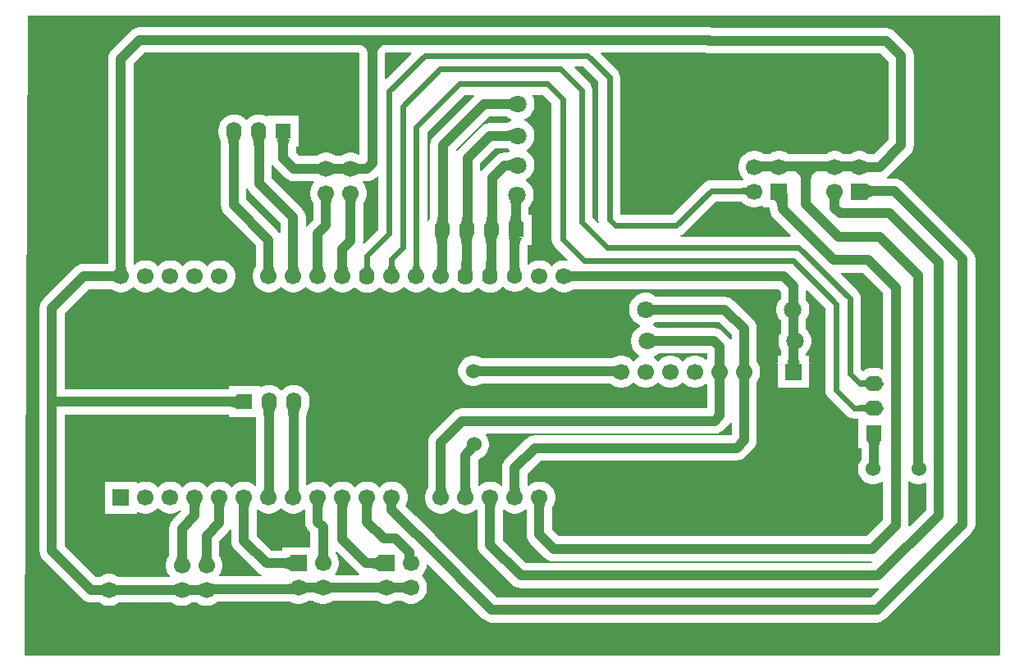
<source format=gtl>
G04*
G04 #@! TF.GenerationSoftware,Altium Limited,Altium Designer,23.8.1 (32)*
G04*
G04 Layer_Physical_Order=1*
G04 Layer_Color=255*
%FSLAX44Y44*%
%MOMM*%
G71*
G04*
G04 #@! TF.SameCoordinates,D9352005-1BFB-4A43-90E9-9036F92760D2*
G04*
G04*
G04 #@! TF.FilePolarity,Positive*
G04*
G01*
G75*
%ADD24C,1.0000*%
%ADD25C,0.6000*%
%ADD26C,0.5000*%
%ADD27C,1.5240*%
%ADD28C,1.7000*%
%ADD29R,1.7000X1.7000*%
%ADD30C,1.8000*%
%ADD31R,1.6050X1.6050*%
%ADD32O,1.6000X1.9000*%
%ADD33R,1.7000X1.7000*%
%ADD34O,1.6000X1.8000*%
%ADD35C,1.6000*%
%ADD36O,1.9000X1.6000*%
%ADD37R,1.6050X1.6050*%
G36*
X1003750Y1250D02*
X1002500Y0D01*
X-2099D01*
X-2995Y901D01*
X1000Y661750D01*
X1003750D01*
Y1250D01*
D02*
G37*
%LPC*%
G36*
X703000Y649362D02*
X703000Y649362D01*
X115750D01*
X115750Y649362D01*
X112356Y648915D01*
X109194Y647606D01*
X106478Y645522D01*
X106478Y645522D01*
X87378Y626422D01*
X85294Y623706D01*
X83984Y620544D01*
X83538Y617150D01*
X83538Y617150D01*
Y405362D01*
X58500D01*
X58500Y405362D01*
X55106Y404915D01*
X51944Y403605D01*
X49228Y401522D01*
X16299Y368593D01*
X14216Y365877D01*
X12906Y362715D01*
X12459Y359321D01*
X12459Y359321D01*
Y264500D01*
Y108429D01*
X12459Y108429D01*
X12906Y105035D01*
X14216Y101873D01*
X16299Y99157D01*
X56478Y58978D01*
X56478Y58978D01*
X59194Y56894D01*
X62356Y55585D01*
X65750Y55138D01*
X74116D01*
X74464Y55111D01*
X76684Y53628D01*
X79687Y52384D01*
X82875Y51750D01*
X86125D01*
X89313Y52384D01*
X92316Y53628D01*
X94472Y55069D01*
X95382Y55138D01*
X149116D01*
X149464Y55111D01*
X151684Y53628D01*
X154687Y52384D01*
X157875Y51750D01*
X161125D01*
X164313Y52384D01*
X167316Y53628D01*
X169472Y55069D01*
X170382Y55138D01*
X174516D01*
X174864Y55111D01*
X177084Y53628D01*
X180087Y52384D01*
X183275Y51750D01*
X186525D01*
X189713Y52384D01*
X192716Y53628D01*
X195418Y55434D01*
X196173Y56188D01*
X196495Y56213D01*
X270844D01*
X271396Y56187D01*
X271934Y55828D01*
X274937Y54584D01*
X278125Y53950D01*
X281375D01*
X284563Y54584D01*
X287566Y55828D01*
X289722Y57269D01*
X290632Y57338D01*
X294766D01*
X295114Y57312D01*
X297334Y55828D01*
X300337Y54584D01*
X303525Y53950D01*
X306775D01*
X309963Y54584D01*
X312966Y55828D01*
X315198Y57320D01*
X316081Y57388D01*
X360216D01*
X360564Y57361D01*
X362784Y55878D01*
X365787Y54634D01*
X368975Y54000D01*
X372225D01*
X375413Y54634D01*
X378416Y55878D01*
X380572Y57319D01*
X381482Y57388D01*
X385616D01*
X385964Y57361D01*
X388184Y55878D01*
X391187Y54634D01*
X394375Y54000D01*
X397625D01*
X400813Y54634D01*
X403816Y55878D01*
X406518Y57684D01*
X408816Y59982D01*
X410622Y62684D01*
X411866Y65687D01*
X412500Y68875D01*
Y72125D01*
X411866Y75313D01*
X410622Y78316D01*
X408816Y81018D01*
X406634Y83200D01*
X408816Y85382D01*
X410622Y88084D01*
X411866Y91087D01*
X412481Y94179D01*
X412966Y94490D01*
X413673Y94783D01*
X469978Y38478D01*
X469978Y38478D01*
X472694Y36395D01*
X475856Y35085D01*
X479250Y34638D01*
X479250Y34638D01*
X876500D01*
X876500Y34638D01*
X879894Y35085D01*
X883056Y36395D01*
X885772Y38478D01*
X974272Y126978D01*
X976356Y129694D01*
X977665Y132856D01*
X978112Y136250D01*
X978112Y136250D01*
Y409750D01*
X978112Y409750D01*
X977665Y413144D01*
X976356Y416306D01*
X974272Y419022D01*
X974272Y419022D01*
X903672Y489622D01*
X900956Y491706D01*
X897794Y493015D01*
X894400Y493462D01*
X894400Y493462D01*
X887458D01*
X887027Y494732D01*
X888456Y495828D01*
X911022Y518394D01*
X911022Y518394D01*
X913105Y521110D01*
X914415Y524272D01*
X914862Y527666D01*
Y620000D01*
X914862Y620000D01*
X914415Y623394D01*
X913105Y626556D01*
X911022Y629272D01*
X911022Y629272D01*
X895272Y645022D01*
X892556Y647105D01*
X889394Y648415D01*
X886000Y648862D01*
X886000Y648862D01*
X706522D01*
X706394Y648915D01*
X703000Y649362D01*
D02*
G37*
%LPD*%
G36*
X371000Y631250D02*
X369100Y631150D01*
X367400Y630850D01*
X365900Y630350D01*
X364600Y629650D01*
X363500Y628750D01*
X362600Y627650D01*
X361900Y626350D01*
X361400Y624850D01*
X361100Y623150D01*
X361000Y621250D01*
X351000D01*
X350900Y623150D01*
X350600Y624850D01*
X350100Y626350D01*
X349400Y627650D01*
X348500Y628750D01*
X347400Y629650D01*
X346100Y630350D01*
X344600Y630850D01*
X342900Y631150D01*
X341000Y631250D01*
X356000Y641250D01*
X371000Y631250D01*
D02*
G37*
G36*
X396274Y621964D02*
X370285Y595976D01*
X369112Y596462D01*
Y621857D01*
X369132Y622233D01*
X369243Y622862D01*
X369279Y622971D01*
X369388Y623007D01*
X370017Y623118D01*
X370393Y623138D01*
X395788D01*
X396274Y621964D01*
D02*
G37*
G36*
X499823Y563950D02*
X499529Y564197D01*
X499156Y564418D01*
X498706Y564613D01*
X498178Y564782D01*
X497571Y564925D01*
X496887Y565042D01*
X495283Y565198D01*
X494364Y565237D01*
X493367Y565250D01*
Y575250D01*
X494364Y575263D01*
X496887Y575458D01*
X497571Y575575D01*
X498178Y575718D01*
X498706Y575887D01*
X499156Y576082D01*
X499529Y576303D01*
X499823Y576550D01*
Y563950D01*
D02*
G37*
G36*
X495376Y557082D02*
X495413Y557045D01*
X498197Y555185D01*
X499700Y554562D01*
Y553188D01*
X498197Y552565D01*
X495413Y550705D01*
X495394Y550686D01*
X494442Y550612D01*
X477250D01*
X477250Y550612D01*
X473856Y550165D01*
X470694Y548856D01*
X467978Y546772D01*
X467978Y546772D01*
X444828Y523622D01*
X443696Y522146D01*
X442347Y522475D01*
X442260Y522966D01*
X476431Y557138D01*
X494800D01*
X495376Y557082D01*
D02*
G37*
G36*
X499823Y531200D02*
X499529Y531447D01*
X499156Y531668D01*
X498706Y531863D01*
X498178Y532032D01*
X497571Y532175D01*
X496887Y532292D01*
X495283Y532448D01*
X494364Y532487D01*
X493367Y532500D01*
Y542500D01*
X494364Y542513D01*
X496887Y542708D01*
X497571Y542825D01*
X498178Y542968D01*
X498706Y543137D01*
X499156Y543332D01*
X499529Y543553D01*
X499823Y543800D01*
Y531200D01*
D02*
G37*
G36*
X245740Y536583D02*
X245375Y535632D01*
X245053Y534583D01*
X244773Y533436D01*
X244344Y530849D01*
X244193Y529408D01*
X244000Y524499D01*
X234000Y524089D01*
X233974Y525733D01*
X233762Y528814D01*
X233576Y530252D01*
X233046Y532922D01*
X232702Y534153D01*
X232305Y535316D01*
X231855Y536410D01*
X231352Y537435D01*
X246148D01*
X245740Y536583D01*
D02*
G37*
G36*
X271576Y533905D02*
X271066Y533605D01*
X270617Y533106D01*
X270228Y532406D01*
X269899Y531506D01*
X269629Y530406D01*
X269419Y529105D01*
X269270Y527606D01*
X269150Y524006D01*
X259150D01*
X259120Y525905D01*
X258881Y529105D01*
X258671Y530406D01*
X258401Y531506D01*
X258072Y532406D01*
X257683Y533106D01*
X257234Y533605D01*
X256724Y533905D01*
X256155Y534006D01*
X272145D01*
X271576Y533905D01*
D02*
G37*
G36*
X220008Y536051D02*
X219579Y535433D01*
X219195Y534681D01*
X218857Y533794D01*
X218563Y532772D01*
X218315Y531616D01*
X218111Y530325D01*
X217840Y527340D01*
X217750Y523815D01*
X207750Y524786D01*
X207732Y526584D01*
X207300Y532591D01*
X207103Y533797D01*
X206599Y535853D01*
X206293Y536703D01*
X205951Y537435D01*
X220008Y536051D01*
D02*
G37*
G36*
X700106Y623085D02*
X703500Y622638D01*
X703500Y622638D01*
X880569D01*
X888638Y614569D01*
Y533097D01*
X873753Y518212D01*
X868884D01*
X868536Y518239D01*
X866316Y519722D01*
X863313Y520966D01*
X860125Y521600D01*
X856875D01*
X853687Y520966D01*
X850684Y519722D01*
X849546Y518962D01*
X848195Y518862D01*
X842741D01*
X842428Y518873D01*
X842149Y518898D01*
X840916Y519722D01*
X837913Y520966D01*
X834725Y521600D01*
X831475D01*
X828287Y520966D01*
X825284Y519722D01*
X824052Y518898D01*
X823772Y518873D01*
X823459Y518862D01*
X785508D01*
X785142Y518876D01*
X784925Y518897D01*
X783466Y519872D01*
X780463Y521116D01*
X777275Y521750D01*
X774025D01*
X770837Y521116D01*
X767834Y519872D01*
X766375Y518897D01*
X766158Y518876D01*
X765792Y518862D01*
X760108D01*
X759742Y518876D01*
X759525Y518897D01*
X758066Y519872D01*
X755063Y521116D01*
X751875Y521750D01*
X748625D01*
X745437Y521116D01*
X742434Y519872D01*
X739732Y518066D01*
X737434Y515768D01*
X735628Y513066D01*
X734384Y510063D01*
X733750Y506875D01*
Y503625D01*
X734384Y500437D01*
X735628Y497434D01*
X737434Y494732D01*
X738712Y493453D01*
X738887Y492877D01*
X738889Y492745D01*
X738839Y492483D01*
X738569Y491800D01*
X738558Y491794D01*
X738403Y491729D01*
X738251Y491677D01*
X738091Y491635D01*
X737914Y491603D01*
X737833Y491595D01*
X705500D01*
X702628Y491217D01*
X699952Y490108D01*
X697655Y488345D01*
X665154Y455845D01*
X611595D01*
Y597750D01*
X611217Y600622D01*
X610108Y603297D01*
X608345Y605595D01*
X591976Y621964D01*
X592462Y623138D01*
X699978D01*
X700106Y623085D01*
D02*
G37*
G36*
X341983Y623118D02*
X342612Y623007D01*
X342721Y622971D01*
X342757Y622862D01*
X342868Y622233D01*
X342888Y621857D01*
Y518486D01*
X341768Y517887D01*
X341566Y518022D01*
X338563Y519266D01*
X335375Y519900D01*
X332125D01*
X328937Y519266D01*
X325934Y518022D01*
X323778Y516581D01*
X322868Y516512D01*
X318734D01*
X318386Y516539D01*
X316166Y518022D01*
X313163Y519266D01*
X309975Y519900D01*
X306725D01*
X303537Y519266D01*
X300534Y518022D01*
X298378Y516581D01*
X297468Y516512D01*
X280781D01*
X277262Y520031D01*
Y525167D01*
X277289Y525975D01*
X280175D01*
Y533264D01*
X280182Y533298D01*
X280175Y533470D01*
Y533713D01*
X280214Y534006D01*
X280175Y534298D01*
Y558025D01*
X248125D01*
Y558025D01*
X246855Y557310D01*
X244903Y558354D01*
X241887Y559268D01*
X238750Y559577D01*
X235613Y559268D01*
X232597Y558354D01*
X229818Y556868D01*
X227381Y554869D01*
X226685Y554020D01*
X225415D01*
X224718Y554869D01*
X222282Y556868D01*
X219503Y558354D01*
X216486Y559268D01*
X213350Y559577D01*
X210213Y559268D01*
X207197Y558354D01*
X204418Y556868D01*
X201982Y554869D01*
X199982Y552432D01*
X198496Y549653D01*
X197582Y546637D01*
X197273Y543500D01*
Y540500D01*
X197582Y537364D01*
X198496Y534347D01*
X198570Y534210D01*
X198602Y534105D01*
X198626Y534067D01*
X198640Y534023D01*
X198825Y533626D01*
X198862Y533522D01*
X199191Y532181D01*
X199278Y531646D01*
X199638Y526644D01*
Y466250D01*
X199638Y466250D01*
X200085Y462856D01*
X201395Y459694D01*
X203478Y456978D01*
X235938Y424519D01*
Y402634D01*
X235911Y402286D01*
X234428Y400066D01*
X233184Y397063D01*
X232550Y393875D01*
Y390625D01*
X233184Y387437D01*
X234428Y384434D01*
X236234Y381732D01*
X238532Y379434D01*
X241234Y377628D01*
X244237Y376384D01*
X247425Y375750D01*
X250675D01*
X253863Y376384D01*
X256866Y377628D01*
X259568Y379434D01*
X261750Y381615D01*
X263932Y379434D01*
X266634Y377628D01*
X269637Y376384D01*
X272825Y375750D01*
X276075D01*
X279263Y376384D01*
X282266Y377628D01*
X284968Y379434D01*
X287150Y381615D01*
X289332Y379434D01*
X292034Y377628D01*
X295037Y376384D01*
X298225Y375750D01*
X301475D01*
X304663Y376384D01*
X307666Y377628D01*
X310368Y379434D01*
X312550Y381615D01*
X314732Y379434D01*
X317434Y377628D01*
X320437Y376384D01*
X323625Y375750D01*
X326875D01*
X330063Y376384D01*
X333066Y377628D01*
X335768Y379434D01*
X337231Y380896D01*
X338500Y380834D01*
X339282Y379881D01*
X341718Y377882D01*
X344497Y376396D01*
X347513Y375481D01*
X350650Y375173D01*
X353787Y375481D01*
X356802Y376396D01*
X359582Y377882D01*
X362018Y379881D01*
X362800Y380834D01*
X364069Y380896D01*
X365532Y379434D01*
X368234Y377628D01*
X371237Y376384D01*
X374425Y375750D01*
X377675D01*
X380863Y376384D01*
X383866Y377628D01*
X386568Y379434D01*
X388750Y381615D01*
X390932Y379434D01*
X393634Y377628D01*
X396637Y376384D01*
X399825Y375750D01*
X403075D01*
X406263Y376384D01*
X409266Y377628D01*
X411968Y379434D01*
X414150Y381615D01*
X416332Y379434D01*
X419034Y377628D01*
X422037Y376384D01*
X425225Y375750D01*
X428475D01*
X431663Y376384D01*
X434666Y377628D01*
X437368Y379434D01*
X438831Y380896D01*
X440100Y380834D01*
X440882Y379881D01*
X443318Y377882D01*
X446097Y376396D01*
X449113Y375481D01*
X452250Y375173D01*
X455387Y375481D01*
X458402Y376396D01*
X461182Y377882D01*
X463618Y379881D01*
X464315Y380730D01*
X465585D01*
X466282Y379881D01*
X468718Y377882D01*
X471497Y376396D01*
X474513Y375481D01*
X477650Y375173D01*
X480787Y375481D01*
X483802Y376396D01*
X486582Y377882D01*
X489018Y379881D01*
X490119Y381223D01*
X491387Y381285D01*
X492850Y379822D01*
X495471Y378071D01*
X498383Y376865D01*
X501474Y376250D01*
X504626D01*
X507717Y376865D01*
X510629Y378071D01*
X513249Y379822D01*
X515202Y381774D01*
X515634Y381732D01*
X517932Y379434D01*
X520634Y377628D01*
X523637Y376384D01*
X526825Y375750D01*
X530075D01*
X533263Y376384D01*
X536266Y377628D01*
X538968Y379434D01*
X541150Y381615D01*
X543332Y379434D01*
X546034Y377628D01*
X549037Y376384D01*
X552225Y375750D01*
X555475D01*
X558663Y376384D01*
X561666Y377628D01*
X563822Y379069D01*
X564731Y379138D01*
X774778D01*
X777438Y376478D01*
Y369673D01*
X776678Y368913D01*
X774818Y366129D01*
X773536Y363035D01*
X772883Y359751D01*
Y356402D01*
X773536Y353117D01*
X774818Y350024D01*
X776678Y347239D01*
X777438Y346479D01*
Y334055D01*
X776935Y333302D01*
X775653Y330209D01*
X775000Y326924D01*
Y323576D01*
X775653Y320291D01*
X776935Y317197D01*
X777438Y316445D01*
Y310429D01*
X777427Y310250D01*
X774050D01*
Y302513D01*
X774011Y302220D01*
X774050Y301927D01*
Y277250D01*
X807050D01*
Y301927D01*
X807088Y302220D01*
X807050Y302513D01*
Y310250D01*
X803690D01*
X803662Y310572D01*
Y312871D01*
X805205Y314413D01*
X807065Y317197D01*
X808347Y320291D01*
X809000Y323576D01*
Y326924D01*
X808347Y330209D01*
X807065Y333302D01*
X805205Y336087D01*
X803662Y337629D01*
Y348099D01*
X804948Y350024D01*
X806229Y353117D01*
X806883Y356402D01*
Y359751D01*
X806229Y363035D01*
X804948Y366129D01*
X803662Y368053D01*
Y377488D01*
X804836Y377974D01*
X823550Y359259D01*
Y274605D01*
X823928Y271734D01*
X825036Y269058D01*
X826799Y266760D01*
X845105Y248455D01*
X847403Y246691D01*
X850079Y245583D01*
X852950Y245205D01*
X857474D01*
Y222948D01*
X857436Y222655D01*
X857474Y222362D01*
Y222046D01*
X857469Y221920D01*
X857474Y221898D01*
Y214625D01*
X860483D01*
X860505Y214355D01*
X860588Y202914D01*
X858908Y200399D01*
X857730Y197556D01*
X857130Y194538D01*
Y191462D01*
X857730Y188444D01*
X858908Y185601D01*
X860617Y183043D01*
X862793Y180867D01*
X865351Y179158D01*
X868194Y177980D01*
X871212Y177380D01*
X874288D01*
X877306Y177980D01*
X880149Y179158D01*
X881867Y180306D01*
X883137Y179627D01*
Y140681D01*
X866319Y123862D01*
X548681D01*
X541562Y130981D01*
Y153265D01*
X541589Y153614D01*
X543072Y155834D01*
X544316Y158837D01*
X544950Y162025D01*
Y165275D01*
X544316Y168463D01*
X543072Y171466D01*
X541266Y174168D01*
X538968Y176466D01*
X536266Y178272D01*
X533263Y179516D01*
X530075Y180150D01*
X526825D01*
X523637Y179516D01*
X520634Y178272D01*
X517932Y176466D01*
X517335Y175870D01*
X516162Y176356D01*
Y188619D01*
X529431Y201888D01*
X731750D01*
X731750Y201888D01*
X735144Y202335D01*
X738306Y203645D01*
X741022Y205728D01*
X749022Y213728D01*
X749022Y213728D01*
X751105Y216444D01*
X752415Y219606D01*
X752862Y223000D01*
X752862Y223000D01*
Y283366D01*
X752889Y283714D01*
X754372Y285935D01*
X755616Y288937D01*
X756250Y292125D01*
Y295375D01*
X755616Y298563D01*
X754372Y301566D01*
X752931Y303722D01*
X752862Y304632D01*
Y338000D01*
X752862Y338000D01*
X752415Y341394D01*
X751105Y344556D01*
X749022Y347272D01*
X749022Y347272D01*
X728946Y367348D01*
X726230Y369432D01*
X723067Y370742D01*
X719674Y371188D01*
X719674Y371188D01*
X648812D01*
X648719Y371281D01*
X645935Y373141D01*
X642841Y374423D01*
X639557Y375076D01*
X636208D01*
X632924Y374423D01*
X629830Y373141D01*
X627046Y371281D01*
X624678Y368913D01*
X622817Y366129D01*
X621536Y363035D01*
X620883Y359751D01*
Y356402D01*
X621536Y353117D01*
X622817Y350024D01*
X624678Y347239D01*
X627046Y344871D01*
X629830Y343011D01*
X632483Y341912D01*
X632529Y340556D01*
X631948Y340315D01*
X629163Y338455D01*
X626795Y336087D01*
X624935Y333302D01*
X623653Y330209D01*
X623000Y326924D01*
Y323576D01*
X623653Y320291D01*
X624935Y317197D01*
X626795Y314413D01*
X629163Y312045D01*
X631735Y310327D01*
X631863Y309005D01*
X630334Y308372D01*
X627632Y306567D01*
X625450Y304385D01*
X623268Y306567D01*
X620566Y308372D01*
X617563Y309616D01*
X614375Y310250D01*
X611125D01*
X607937Y309616D01*
X604934Y308372D01*
X603549Y307447D01*
X602444Y307378D01*
X468763Y307598D01*
X467649Y308342D01*
X464806Y309520D01*
X461788Y310120D01*
X458712D01*
X455694Y309520D01*
X452851Y308342D01*
X450293Y306633D01*
X448117Y304457D01*
X446408Y301899D01*
X445230Y299056D01*
X444630Y296038D01*
Y292962D01*
X445230Y289944D01*
X446408Y287101D01*
X448117Y284543D01*
X450293Y282367D01*
X452851Y280658D01*
X455694Y279480D01*
X458712Y278880D01*
X461788D01*
X464806Y279480D01*
X467649Y280658D01*
X468675Y281344D01*
X469209Y281373D01*
X601891Y281155D01*
X602022Y281143D01*
X602232Y280934D01*
X604934Y279128D01*
X607937Y277884D01*
X611125Y277250D01*
X614375D01*
X617563Y277884D01*
X620566Y279128D01*
X623268Y280934D01*
X625450Y283116D01*
X627632Y280934D01*
X630334Y279128D01*
X633337Y277884D01*
X636525Y277250D01*
X639775D01*
X642963Y277884D01*
X645966Y279128D01*
X648668Y280934D01*
X650850Y283116D01*
X653032Y280934D01*
X655734Y279128D01*
X658737Y277884D01*
X661925Y277250D01*
X665175D01*
X668363Y277884D01*
X671366Y279128D01*
X674068Y280934D01*
X676250Y283116D01*
X678432Y280934D01*
X681134Y279128D01*
X684137Y277884D01*
X687325Y277250D01*
X690575D01*
X693763Y277884D01*
X696766Y279128D01*
X699468Y280934D01*
X700064Y281530D01*
X701238Y281044D01*
Y255862D01*
X448750D01*
X445356Y255415D01*
X442194Y254105D01*
X439478Y252022D01*
X439478Y252022D01*
X417578Y230122D01*
X415494Y227406D01*
X414184Y224244D01*
X413738Y220850D01*
X413738Y220850D01*
Y174034D01*
X413711Y173686D01*
X412228Y171466D01*
X410984Y168463D01*
X410350Y165275D01*
Y162025D01*
X410984Y158837D01*
X412228Y155834D01*
X414034Y153132D01*
X416332Y150834D01*
X419034Y149028D01*
X422037Y147784D01*
X425225Y147150D01*
X428475D01*
X431663Y147784D01*
X434666Y149028D01*
X437368Y150834D01*
X439550Y153015D01*
X441732Y150834D01*
X444434Y149028D01*
X447437Y147784D01*
X450625Y147150D01*
X453875D01*
X457063Y147784D01*
X460066Y149028D01*
X462768Y150834D01*
X463364Y151430D01*
X464538Y150944D01*
Y114600D01*
X464538Y114600D01*
X464985Y111206D01*
X466294Y108044D01*
X468378Y105328D01*
X499978Y73728D01*
X502694Y71645D01*
X505856Y70335D01*
X509250Y69888D01*
X509250Y69888D01*
X878000D01*
X878000Y69888D01*
X878453Y69948D01*
X879015Y68808D01*
X871069Y60862D01*
X484681D01*
X420495Y125048D01*
X419372Y126512D01*
X401212Y144672D01*
X399748Y145795D01*
X390286Y155257D01*
X390672Y155834D01*
X391916Y158837D01*
X392550Y162025D01*
Y165275D01*
X391916Y168463D01*
X390672Y171466D01*
X388866Y174168D01*
X386568Y176466D01*
X383866Y178272D01*
X380863Y179516D01*
X377675Y180150D01*
X374425D01*
X371237Y179516D01*
X368234Y178272D01*
X365532Y176466D01*
X363350Y174284D01*
X361168Y176466D01*
X358466Y178272D01*
X355463Y179516D01*
X352275Y180150D01*
X349025D01*
X345837Y179516D01*
X342834Y178272D01*
X340132Y176466D01*
X337950Y174284D01*
X335768Y176466D01*
X333066Y178272D01*
X330063Y179516D01*
X326875Y180150D01*
X323625D01*
X320437Y179516D01*
X317434Y178272D01*
X314732Y176466D01*
X312550Y174284D01*
X310368Y176466D01*
X307666Y178272D01*
X304663Y179516D01*
X301475Y180150D01*
X298225D01*
X295037Y179516D01*
X292034Y178272D01*
X289332Y176466D01*
X288986Y176120D01*
X287812Y176606D01*
Y246198D01*
X287972Y248522D01*
X288092Y249450D01*
X288508Y251548D01*
X288707Y252261D01*
X288951Y252974D01*
X289206Y253594D01*
X289592Y254381D01*
X289658Y254575D01*
X289804Y254848D01*
X290009Y255525D01*
X290143Y255847D01*
X290170Y256056D01*
X290719Y257864D01*
X291028Y261000D01*
Y264000D01*
X290719Y267137D01*
X289804Y270153D01*
X288318Y272933D01*
X286319Y275369D01*
X283882Y277368D01*
X281103Y278854D01*
X278087Y279769D01*
X274950Y280078D01*
X271814Y279769D01*
X268797Y278854D01*
X266018Y277368D01*
X263582Y275369D01*
X262885Y274520D01*
X261615D01*
X260919Y275369D01*
X258482Y277368D01*
X255703Y278854D01*
X252687Y279769D01*
X249550Y280078D01*
X246414Y279769D01*
X243398Y278854D01*
X241445Y277810D01*
X240175Y278526D01*
Y278526D01*
X216448D01*
X216156Y278564D01*
X215863Y278526D01*
X215620D01*
X215448Y278533D01*
X215414Y278526D01*
X208125D01*
Y275627D01*
X207930Y275613D01*
X38683D01*
Y353890D01*
X63931Y379138D01*
X86266D01*
X86614Y379111D01*
X88834Y377628D01*
X91837Y376384D01*
X95025Y375750D01*
X98275D01*
X101463Y376384D01*
X104466Y377628D01*
X107168Y379434D01*
X109350Y381615D01*
X111532Y379434D01*
X114234Y377628D01*
X117237Y376384D01*
X120425Y375750D01*
X123675D01*
X126863Y376384D01*
X129866Y377628D01*
X132568Y379434D01*
X134750Y381615D01*
X136932Y379434D01*
X139634Y377628D01*
X142637Y376384D01*
X145825Y375750D01*
X149075D01*
X152263Y376384D01*
X155266Y377628D01*
X157968Y379434D01*
X160150Y381615D01*
X162332Y379434D01*
X165034Y377628D01*
X168037Y376384D01*
X171225Y375750D01*
X174475D01*
X177663Y376384D01*
X180666Y377628D01*
X183368Y379434D01*
X185550Y381615D01*
X187732Y379434D01*
X190434Y377628D01*
X193437Y376384D01*
X196625Y375750D01*
X199875D01*
X203063Y376384D01*
X206066Y377628D01*
X208768Y379434D01*
X211066Y381732D01*
X212872Y384434D01*
X214116Y387437D01*
X214750Y390625D01*
Y393875D01*
X214116Y397063D01*
X212872Y400066D01*
X211066Y402768D01*
X208768Y405066D01*
X206066Y406872D01*
X203063Y408116D01*
X199875Y408750D01*
X196625D01*
X193437Y408116D01*
X190434Y406872D01*
X187732Y405066D01*
X185550Y402884D01*
X183368Y405066D01*
X180666Y406872D01*
X177663Y408116D01*
X174475Y408750D01*
X171225D01*
X168037Y408116D01*
X165034Y406872D01*
X162332Y405066D01*
X160150Y402884D01*
X157968Y405066D01*
X155266Y406872D01*
X152263Y408116D01*
X149075Y408750D01*
X145825D01*
X142637Y408116D01*
X139634Y406872D01*
X136932Y405066D01*
X134750Y402884D01*
X132568Y405066D01*
X129866Y406872D01*
X126863Y408116D01*
X123675Y408750D01*
X120425D01*
X117237Y408116D01*
X114234Y406872D01*
X111532Y405066D01*
X110935Y404470D01*
X109762Y404956D01*
Y611719D01*
X121181Y623138D01*
X341607D01*
X341983Y623118D01*
D02*
G37*
G36*
X499158Y501459D02*
X499024Y501562D01*
X498791Y501654D01*
X498459Y501735D01*
X498028Y501805D01*
X496870Y501913D01*
X494391Y501995D01*
X493367Y502000D01*
Y512000D01*
X494391Y512006D01*
X498459Y512265D01*
X498791Y512346D01*
X499024Y512439D01*
X499158Y512541D01*
Y501459D01*
D02*
G37*
G36*
X495376Y524332D02*
X495413Y524295D01*
X497331Y523014D01*
Y521486D01*
X495413Y520205D01*
X495361Y520153D01*
X494724Y520112D01*
X492500D01*
X489106Y519665D01*
X485944Y518356D01*
X483228Y516272D01*
X470228Y503272D01*
X468482Y500996D01*
X467212Y501427D01*
Y508919D01*
X482681Y524388D01*
X494800D01*
X495376Y524332D01*
D02*
G37*
G36*
X781577Y511395D02*
X781876Y511260D01*
X782257Y511140D01*
X782721Y511037D01*
X783267Y510949D01*
X784605Y510822D01*
X786273Y510758D01*
X787231Y510750D01*
X787961Y500750D01*
X787010Y500739D01*
X784637Y500577D01*
X784007Y500479D01*
X783456Y500360D01*
X782987Y500219D01*
X782598Y500057D01*
X782288Y499873D01*
X782060Y499667D01*
X781360Y511547D01*
X781577Y511395D01*
D02*
G37*
G36*
X769240Y499667D02*
X769012Y499873D01*
X768702Y500057D01*
X768313Y500219D01*
X767843Y500360D01*
X767293Y500479D01*
X766663Y500577D01*
X764290Y500739D01*
X763339Y500750D01*
X764069Y510750D01*
X765027Y510758D01*
X766694Y510822D01*
X768033Y510949D01*
X768579Y511037D01*
X769043Y511140D01*
X769424Y511260D01*
X769723Y511395D01*
X769940Y511547D01*
X769240Y499667D01*
D02*
G37*
G36*
X756177Y511395D02*
X756476Y511260D01*
X756857Y511140D01*
X757321Y511037D01*
X757867Y510949D01*
X759205Y510822D01*
X760873Y510758D01*
X761831Y510750D01*
X762561Y500750D01*
X761610Y500739D01*
X759237Y500577D01*
X758606Y500479D01*
X758056Y500360D01*
X757587Y500219D01*
X757197Y500057D01*
X756888Y499873D01*
X756660Y499667D01*
X755960Y511547D01*
X756177Y511395D01*
D02*
G37*
G36*
X851993Y499632D02*
X851764Y499844D01*
X851456Y500034D01*
X851067Y500202D01*
X850598Y500347D01*
X850049Y500470D01*
X849419Y500571D01*
X847919Y500705D01*
X846097Y500750D01*
X847050Y510750D01*
X848008Y510757D01*
X851556Y511019D01*
X852017Y511116D01*
X852395Y511228D01*
X852690Y511355D01*
X852903Y511497D01*
X851993Y499632D01*
D02*
G37*
G36*
X838910Y511355D02*
X839205Y511228D01*
X839583Y511116D01*
X840043Y511019D01*
X840587Y510937D01*
X841924Y510817D01*
X843592Y510757D01*
X844550Y510750D01*
X845502Y500750D01*
X844552Y500739D01*
X842181Y500571D01*
X841551Y500470D01*
X841002Y500347D01*
X840533Y500202D01*
X840144Y500034D01*
X839836Y499844D01*
X839607Y499632D01*
X838697Y511497D01*
X838910Y511355D01*
D02*
G37*
G36*
X826593Y499632D02*
X826364Y499844D01*
X826056Y500034D01*
X825667Y500202D01*
X825198Y500347D01*
X824649Y500470D01*
X824019Y500571D01*
X821648Y500739D01*
X820697Y500750D01*
X821650Y510750D01*
X822608Y510757D01*
X824276Y510817D01*
X825613Y510937D01*
X826156Y511019D01*
X826617Y511116D01*
X826995Y511228D01*
X827290Y511355D01*
X827503Y511497D01*
X826593Y499632D01*
D02*
G37*
G36*
X864797Y510869D02*
X865104Y510708D01*
X865493Y510565D01*
X865962Y510442D01*
X866512Y510337D01*
X867142Y510252D01*
X868646Y510138D01*
X870474Y510100D01*
Y500100D01*
X869520Y500090D01*
X866512Y499863D01*
X865962Y499758D01*
X865493Y499635D01*
X865104Y499492D01*
X864797Y499330D01*
X864570Y499150D01*
Y511050D01*
X864797Y510869D01*
D02*
G37*
G36*
X340047Y509170D02*
X340354Y509008D01*
X340743Y508866D01*
X341212Y508742D01*
X341762Y508638D01*
X342393Y508552D01*
X343896Y508438D01*
X345724Y508400D01*
Y498400D01*
X344770Y498391D01*
X341762Y498162D01*
X341212Y498058D01*
X340743Y497934D01*
X340354Y497792D01*
X340047Y497631D01*
X339820Y497450D01*
Y509350D01*
X340047Y509170D01*
D02*
G37*
G36*
X327680Y497450D02*
X327453Y497631D01*
X327146Y497792D01*
X326757Y497934D01*
X326288Y498058D01*
X325738Y498162D01*
X325107Y498248D01*
X323604Y498362D01*
X321776Y498400D01*
Y508400D01*
X322730Y508410D01*
X325738Y508638D01*
X326288Y508742D01*
X326757Y508866D01*
X327146Y509008D01*
X327453Y509170D01*
X327680Y509350D01*
Y497450D01*
D02*
G37*
G36*
X314647Y509170D02*
X314954Y509008D01*
X315343Y508866D01*
X315812Y508742D01*
X316362Y508638D01*
X316992Y508552D01*
X318496Y508438D01*
X320324Y508400D01*
Y498400D01*
X319370Y498391D01*
X316362Y498162D01*
X315812Y498058D01*
X315343Y497934D01*
X314954Y497792D01*
X314647Y497631D01*
X314420Y497450D01*
Y509350D01*
X314647Y509170D01*
D02*
G37*
G36*
X302280Y497450D02*
X302053Y497631D01*
X301746Y497792D01*
X301357Y497934D01*
X300888Y498058D01*
X300338Y498162D01*
X299708Y498248D01*
X298204Y498362D01*
X296376Y498400D01*
Y508400D01*
X297330Y508410D01*
X300338Y508638D01*
X300888Y508742D01*
X301357Y508866D01*
X301746Y509008D01*
X302053Y509170D01*
X302280Y509350D01*
Y497450D01*
D02*
G37*
G36*
X818500Y500750D02*
X816600Y500650D01*
X814900Y500350D01*
X813400Y499850D01*
X812100Y499150D01*
X811000Y498250D01*
X810100Y497150D01*
X809400Y495850D01*
X808900Y494350D01*
X808600Y492650D01*
X808500Y490750D01*
X798500D01*
X798400Y492650D01*
X798100Y494350D01*
X797600Y495850D01*
X796900Y497150D01*
X796000Y498250D01*
X794900Y499150D01*
X793600Y499850D01*
X792100Y500350D01*
X790400Y500650D01*
X788500Y500750D01*
X803500Y510750D01*
X818500Y500750D01*
D02*
G37*
G36*
X362355Y495410D02*
Y440796D01*
X347489Y425929D01*
X346286Y426523D01*
X346612Y429000D01*
X346612Y429000D01*
Y467378D01*
X346628Y467574D01*
X348372Y470184D01*
X349616Y473187D01*
X350250Y476375D01*
Y479625D01*
X349616Y482813D01*
X348372Y485816D01*
X346566Y488518D01*
X345970Y489114D01*
X346456Y490288D01*
X350142D01*
X350142Y490288D01*
X353536Y490735D01*
X356698Y492044D01*
X359414Y494128D01*
X361182Y495896D01*
X362355Y495410D01*
D02*
G37*
G36*
X743743Y474382D02*
X743203Y474974D01*
X742634Y475504D01*
X742033Y475972D01*
X741403Y476377D01*
X740742Y476720D01*
X740051Y477001D01*
X739329Y477219D01*
X738577Y477375D01*
X737794Y477469D01*
X736981Y477500D01*
X737474Y483500D01*
X738273Y483527D01*
X739053Y483610D01*
X739817Y483747D01*
X740561Y483940D01*
X741288Y484187D01*
X741997Y484489D01*
X742688Y484846D01*
X743361Y485258D01*
X744016Y485725D01*
X744653Y486247D01*
X743743Y474382D01*
D02*
G37*
G36*
X867069Y487634D02*
X867370Y487155D01*
X867869Y486732D01*
X868569Y486365D01*
X869470Y486055D01*
X870570Y485801D01*
X871870Y485604D01*
X873370Y485463D01*
X876970Y485350D01*
Y475350D01*
X875070Y475309D01*
X871870Y474979D01*
X870570Y474691D01*
X869470Y474320D01*
X868569Y473867D01*
X867869Y473331D01*
X867370Y472714D01*
X867069Y472013D01*
X866970Y471231D01*
Y488170D01*
X867069Y487634D01*
D02*
G37*
G36*
X838869Y473403D02*
X838708Y473096D01*
X838566Y472707D01*
X838442Y472238D01*
X838337Y471688D01*
X838252Y471058D01*
X838138Y469553D01*
X838100Y467726D01*
X828100D01*
X828091Y468680D01*
X827862Y471688D01*
X827758Y472238D01*
X827635Y472707D01*
X827492Y473096D01*
X827330Y473403D01*
X827150Y473630D01*
X839050D01*
X838869Y473403D01*
D02*
G37*
G36*
X314119Y471703D02*
X313958Y471396D01*
X313815Y471007D01*
X313692Y470538D01*
X313587Y469988D01*
X313502Y469357D01*
X313388Y467854D01*
X313350Y466026D01*
X303350D01*
X303340Y466980D01*
X303113Y469988D01*
X303008Y470538D01*
X302885Y471007D01*
X302742Y471396D01*
X302581Y471703D01*
X302400Y471930D01*
X314300D01*
X314119Y471703D01*
D02*
G37*
G36*
X339519Y471757D02*
X339325Y471529D01*
X339152Y471220D01*
X338999Y470830D01*
X338867Y470360D01*
X338755Y469810D01*
X338663Y469179D01*
X338541Y467676D01*
X338500Y465851D01*
X328500Y466215D01*
X328491Y467171D01*
X328281Y470179D01*
X328185Y470728D01*
X328071Y471195D01*
X327939Y471580D01*
X327790Y471885D01*
X327624Y472107D01*
X339519Y471757D01*
D02*
G37*
G36*
X510737Y468952D02*
X510426Y468683D01*
X510148Y468333D01*
X509902Y467903D01*
X509689Y467393D01*
X509509Y466802D01*
X509362Y466131D01*
X509248Y465380D01*
X509166Y464548D01*
X509100Y462644D01*
X499100Y464673D01*
X499092Y465682D01*
X498815Y469480D01*
X498712Y469989D01*
X498593Y470415D01*
X498458Y470757D01*
X498307Y471016D01*
X510737Y468952D01*
D02*
G37*
G36*
X784125Y471284D02*
X784142Y468979D01*
X784150Y461776D01*
X774150D01*
X774104Y463601D01*
X773966Y465234D01*
X773736Y466674D01*
X773413Y467923D01*
X772999Y468979D01*
X772493Y469844D01*
X771894Y470516D01*
X771203Y470996D01*
X770421Y471284D01*
X769546Y471381D01*
X784119D01*
X784125Y471284D01*
D02*
G37*
G36*
X460842Y578635D02*
X419428Y537222D01*
X417345Y534506D01*
X416035Y531344D01*
X415588Y527950D01*
X415588Y527950D01*
Y456490D01*
X415550Y455631D01*
X415305Y453156D01*
X415171Y452369D01*
X415017Y451703D01*
X414881Y451259D01*
X414807Y451074D01*
X414647Y450847D01*
X414608Y450773D01*
X414533Y450681D01*
X413815Y449339D01*
X412545Y449657D01*
Y541604D01*
X450846Y579905D01*
X460316D01*
X460842Y578635D01*
D02*
G37*
G36*
X509130Y456344D02*
X509370Y453144D01*
X509580Y451844D01*
X509849Y450744D01*
X510178Y449844D01*
X510568Y449144D01*
X511017Y448644D01*
X511526Y448344D01*
X512095Y448244D01*
X496106D01*
X496675Y448344D01*
X497184Y448644D01*
X497633Y449144D01*
X498022Y449844D01*
X498352Y450744D01*
X498621Y451844D01*
X498831Y453144D01*
X498981Y454644D01*
X499100Y458244D01*
X509100D01*
X509130Y456344D01*
D02*
G37*
G36*
X589405Y593154D02*
Y451000D01*
X589783Y448128D01*
X589907Y447830D01*
X588830Y447110D01*
X582845Y453096D01*
Y585000D01*
X582467Y587872D01*
X581358Y590547D01*
X579595Y592845D01*
X564459Y607982D01*
X564945Y609155D01*
X573404D01*
X589405Y593154D01*
D02*
G37*
G36*
X484500Y457245D02*
X484516Y455421D01*
X484900Y449417D01*
X485076Y448239D01*
X485523Y446268D01*
X485795Y445477D01*
X486099Y444814D01*
X472042Y446198D01*
X472509Y446861D01*
X472927Y447651D01*
X473296Y448567D01*
X473615Y449611D01*
X473885Y450782D01*
X474107Y452079D01*
X474402Y455056D01*
X474475Y456735D01*
X474500Y458541D01*
X484500Y457245D01*
D02*
G37*
G36*
X459100D02*
X459116Y455421D01*
X459500Y449417D01*
X459676Y448239D01*
X460123Y446268D01*
X460395Y445477D01*
X460699Y444814D01*
X446642Y446198D01*
X447109Y446861D01*
X447527Y447651D01*
X447896Y448567D01*
X448215Y449611D01*
X448485Y450782D01*
X448707Y452079D01*
X449002Y455056D01*
X449075Y456735D01*
X449100Y458541D01*
X459100Y457245D01*
D02*
G37*
G36*
X433700D02*
X433716Y455421D01*
X434100Y449417D01*
X434276Y448239D01*
X434723Y446268D01*
X434995Y445477D01*
X435299Y444814D01*
X421242Y446198D01*
X421709Y446861D01*
X422127Y447651D01*
X422495Y448567D01*
X422815Y449611D01*
X423086Y450782D01*
X423307Y452079D01*
X423602Y455056D01*
X423675Y456735D01*
X423700Y458541D01*
X433700Y457245D01*
D02*
G37*
G36*
X254878Y505328D02*
X266078Y494128D01*
X268794Y492044D01*
X271956Y490735D01*
X275350Y490288D01*
X275350Y490288D01*
X295644D01*
X296130Y489114D01*
X295534Y488518D01*
X293728Y485816D01*
X292484Y482813D01*
X291850Y479625D01*
Y476375D01*
X292484Y473187D01*
X293728Y470184D01*
X295169Y468028D01*
X295238Y467118D01*
Y450531D01*
X290578Y445872D01*
X288832Y443596D01*
X287562Y444027D01*
Y452958D01*
X287115Y456352D01*
X285805Y459514D01*
X283722Y462229D01*
X283722Y462230D01*
X252112Y493839D01*
Y506847D01*
X253382Y507278D01*
X254878Y505328D01*
D02*
G37*
G36*
X227645Y481852D02*
X229728Y479136D01*
X261338Y447527D01*
Y437377D01*
X260068Y436946D01*
X258322Y439222D01*
X258321Y439222D01*
X225862Y471681D01*
Y482836D01*
X227132Y483089D01*
X227645Y481852D01*
D02*
G37*
G36*
X737277Y469404D02*
X737338Y469392D01*
X737357Y469386D01*
X737361Y469383D01*
X737395Y469357D01*
X737461Y469295D01*
X737775Y468950D01*
X738033Y468732D01*
X739732Y467034D01*
X742434Y465228D01*
X745437Y463984D01*
X748625Y463350D01*
X751875D01*
X755063Y463984D01*
X757880Y465151D01*
X759118Y464665D01*
X759150Y464648D01*
Y463350D01*
X766027D01*
X766038Y463226D01*
Y461777D01*
X766038Y461776D01*
X766485Y458383D01*
X767794Y455220D01*
X769878Y452505D01*
X787865Y434518D01*
X787379Y433345D01*
X674279D01*
X674026Y434615D01*
X675297Y435141D01*
X677595Y436905D01*
X710096Y469405D01*
X737269D01*
X737277Y469404D01*
D02*
G37*
G36*
X460219Y434702D02*
X459790Y433644D01*
X459412Y432510D01*
X459084Y431299D01*
X458579Y428650D01*
X458402Y427212D01*
X458200Y424107D01*
X458175Y422440D01*
X448175Y422646D01*
X448152Y424358D01*
X447811Y428950D01*
X447607Y430299D01*
X447061Y432725D01*
X446720Y433802D01*
X446334Y434789D01*
X445902Y435685D01*
X460699D01*
X460219Y434702D01*
D02*
G37*
G36*
X434819D02*
X434390Y433644D01*
X434012Y432510D01*
X433684Y431299D01*
X433179Y428650D01*
X433002Y427212D01*
X432800Y424107D01*
X432775Y422440D01*
X422775Y422646D01*
X422752Y424358D01*
X422411Y428950D01*
X422207Y430299D01*
X421661Y432725D01*
X421320Y433802D01*
X420934Y434789D01*
X420502Y435685D01*
X435299D01*
X434819Y434702D01*
D02*
G37*
G36*
X485619D02*
X485190Y433644D01*
X484812Y432510D01*
X484483Y431299D01*
X483979Y428650D01*
X483802Y427212D01*
X483600Y424107D01*
X483575Y422440D01*
X473575Y422646D01*
X473552Y424358D01*
X473211Y428950D01*
X473007Y430299D01*
X472461Y432725D01*
X472120Y433802D01*
X471734Y434789D01*
X471302Y435685D01*
X486099D01*
X485619Y434702D01*
D02*
G37*
G36*
X511326Y432155D02*
X510639Y431855D01*
X510032Y431355D01*
X509506Y430655D01*
X509061Y429755D01*
X508697Y428655D01*
X508414Y427355D01*
X508212Y425855D01*
X508090Y424155D01*
X508050Y422255D01*
X498050D01*
X498031Y424155D01*
X497739Y428655D01*
X497564Y429755D01*
X497350Y430655D01*
X497097Y431355D01*
X496806Y431855D01*
X496475Y432155D01*
X496106Y432255D01*
X512095D01*
X511326Y432155D01*
D02*
G37*
G36*
X541155Y570654D02*
Y430750D01*
X541533Y427878D01*
X542641Y425202D01*
X544405Y422905D01*
X557709Y409600D01*
X557083Y408430D01*
X555475Y408750D01*
X552225D01*
X549037Y408116D01*
X546034Y406872D01*
X543332Y405066D01*
X541150Y402884D01*
X538968Y405066D01*
X536266Y406872D01*
X533263Y408116D01*
X530075Y408750D01*
X526825D01*
X523637Y408116D01*
X520634Y406872D01*
X517932Y405066D01*
X517335Y404470D01*
X516162Y404956D01*
Y423904D01*
X516185Y424224D01*
X520125D01*
Y431962D01*
X520164Y432255D01*
X520125Y432548D01*
Y447951D01*
X520164Y448244D01*
X520125Y448537D01*
Y448779D01*
X520133Y448952D01*
X520125Y448985D01*
Y456274D01*
X517227D01*
X517212Y456469D01*
Y463760D01*
X517218Y463927D01*
X518779Y465488D01*
X520640Y468272D01*
X521921Y471366D01*
X522575Y474650D01*
Y477999D01*
X521921Y481283D01*
X520640Y484377D01*
X518779Y487161D01*
X516412Y489529D01*
X514652Y490705D01*
X514561Y491024D01*
X514700Y492201D01*
X517087Y493795D01*
X519454Y496163D01*
X521315Y498948D01*
X522597Y502041D01*
X523250Y505326D01*
Y508675D01*
X522597Y511959D01*
X521315Y515053D01*
X519454Y517837D01*
X517087Y520205D01*
X515169Y521486D01*
Y523014D01*
X517087Y524295D01*
X519454Y526663D01*
X521315Y529448D01*
X522597Y532541D01*
X523250Y535826D01*
Y539174D01*
X522597Y542459D01*
X521315Y545553D01*
X519454Y548337D01*
X517087Y550705D01*
X514302Y552565D01*
X512799Y553188D01*
Y554562D01*
X514302Y555185D01*
X517087Y557045D01*
X519454Y559413D01*
X521315Y562198D01*
X522597Y565291D01*
X523250Y568576D01*
Y571924D01*
X522597Y575209D01*
X521315Y578303D01*
X520993Y578785D01*
X521591Y579905D01*
X531904D01*
X541155Y570654D01*
D02*
G37*
G36*
X353680Y405113D02*
X353918Y402493D01*
X354126Y401429D01*
X354394Y400528D01*
X354721Y399792D01*
X355108Y399219D01*
X355555Y398809D01*
X356061Y398564D01*
X356626Y398482D01*
X344674D01*
X345239Y398564D01*
X345745Y398809D01*
X346191Y399219D01*
X346578Y399792D01*
X346906Y400528D01*
X347174Y401429D01*
X347382Y402493D01*
X347531Y403721D01*
X347620Y405113D01*
X347650Y406668D01*
X353650D01*
X353680Y405113D01*
D02*
G37*
G36*
X404479Y404497D02*
X404568Y403714D01*
X404715Y402956D01*
X404922Y402222D01*
X405187Y401512D01*
X405512Y400825D01*
X405895Y400163D01*
X406338Y399525D01*
X406839Y398910D01*
X407400Y398320D01*
X395500D01*
X396060Y398910D01*
X396562Y399525D01*
X397004Y400163D01*
X397388Y400825D01*
X397712Y401512D01*
X397978Y402222D01*
X398184Y402956D01*
X398332Y403714D01*
X398420Y404497D01*
X398450Y405303D01*
X404450D01*
X404479Y404497D01*
D02*
G37*
G36*
X379079D02*
X379168Y403714D01*
X379315Y402956D01*
X379522Y402222D01*
X379787Y401512D01*
X380112Y400825D01*
X380495Y400163D01*
X380938Y399525D01*
X381439Y398910D01*
X382000Y398320D01*
X370100D01*
X370660Y398910D01*
X371162Y399525D01*
X371604Y400163D01*
X371988Y400825D01*
X372312Y401512D01*
X372578Y402222D01*
X372784Y402956D01*
X372932Y403714D01*
X373020Y404497D01*
X373050Y405303D01*
X379050D01*
X379079Y404497D01*
D02*
G37*
G36*
X330259Y403270D02*
X330487Y400262D01*
X330592Y399712D01*
X330715Y399243D01*
X330858Y398854D01*
X331019Y398547D01*
X331200Y398320D01*
X319300D01*
X319480Y398547D01*
X319642Y398854D01*
X319784Y399243D01*
X319908Y399712D01*
X320012Y400262D01*
X320098Y400892D01*
X320212Y402396D01*
X320250Y404224D01*
X330250D01*
X330259Y403270D01*
D02*
G37*
G36*
X304859D02*
X305087Y400262D01*
X305192Y399712D01*
X305315Y399243D01*
X305458Y398854D01*
X305619Y398547D01*
X305800Y398320D01*
X293900D01*
X294080Y398547D01*
X294242Y398854D01*
X294384Y399243D01*
X294508Y399712D01*
X294612Y400262D01*
X294698Y400892D01*
X294812Y402396D01*
X294850Y404224D01*
X304850D01*
X304859Y403270D01*
D02*
G37*
G36*
X279459D02*
X279687Y400262D01*
X279792Y399712D01*
X279915Y399243D01*
X280058Y398854D01*
X280219Y398547D01*
X280400Y398320D01*
X268500D01*
X268680Y398547D01*
X268842Y398854D01*
X268984Y399243D01*
X269108Y399712D01*
X269212Y400262D01*
X269298Y400892D01*
X269412Y402396D01*
X269450Y404224D01*
X279450D01*
X279459Y403270D01*
D02*
G37*
G36*
X254059D02*
X254287Y400262D01*
X254392Y399712D01*
X254515Y399243D01*
X254658Y398854D01*
X254819Y398547D01*
X255000Y398320D01*
X243100D01*
X243280Y398547D01*
X243442Y398854D01*
X243584Y399243D01*
X243708Y399712D01*
X243812Y400262D01*
X243898Y400892D01*
X244012Y402396D01*
X244050Y404224D01*
X254050D01*
X254059Y403270D01*
D02*
G37*
G36*
X101659D02*
X101887Y400262D01*
X101992Y399712D01*
X102115Y399243D01*
X102258Y398854D01*
X102419Y398547D01*
X102600Y398320D01*
X90700D01*
X90880Y398547D01*
X91042Y398854D01*
X91184Y399243D01*
X91308Y399712D01*
X91412Y400262D01*
X91498Y400892D01*
X91612Y402396D01*
X91650Y404224D01*
X101650D01*
X101659Y403270D01*
D02*
G37*
G36*
X508056Y402388D02*
X508266Y399098D01*
X508344Y398690D01*
X508434Y398364D01*
X508536Y398122D01*
X508650Y397963D01*
X497450D01*
X497564Y398122D01*
X497666Y398364D01*
X497756Y398690D01*
X497834Y399098D01*
X497900Y399590D01*
X497996Y400823D01*
X498050Y403295D01*
X508050D01*
X508056Y402388D01*
D02*
G37*
G36*
X432775Y403445D02*
X432781Y402484D01*
X433009Y398947D01*
X433094Y398493D01*
X433191Y398123D01*
X433302Y397837D01*
X433425Y397636D01*
X421596Y398932D01*
X421820Y399157D01*
X422020Y399463D01*
X422197Y399850D01*
X422351Y400317D01*
X422480Y400865D01*
X422586Y401493D01*
X422728Y402990D01*
X422763Y403859D01*
X422775Y404809D01*
X432775Y403445D01*
D02*
G37*
G36*
X483575Y408593D02*
X483590Y406756D01*
X484105Y399602D01*
X484297Y398577D01*
X484518Y397688D01*
X484768Y396933D01*
X485048Y396314D01*
X470992Y397699D01*
X471482Y398390D01*
X471922Y399203D01*
X472309Y400138D01*
X472645Y401195D01*
X472929Y402375D01*
X473162Y403677D01*
X473472Y406648D01*
X473549Y408317D01*
X473575Y410108D01*
X483575Y408593D01*
D02*
G37*
G36*
X458175Y408593D02*
X458190Y406756D01*
X458705Y399602D01*
X458897Y398577D01*
X459118Y397688D01*
X459368Y396933D01*
X459648Y396314D01*
X445592Y397699D01*
X446082Y398390D01*
X446521Y399203D01*
X446909Y400138D01*
X447245Y401195D01*
X447529Y402375D01*
X447762Y403677D01*
X448072Y406648D01*
X448149Y408317D01*
X448175Y410108D01*
X458175Y408593D01*
D02*
G37*
G36*
X560147Y398019D02*
X560454Y397858D01*
X560843Y397715D01*
X561312Y397592D01*
X561862Y397487D01*
X562492Y397402D01*
X563996Y397288D01*
X565824Y397250D01*
Y387250D01*
X564870Y387240D01*
X561862Y387012D01*
X561312Y386908D01*
X560843Y386784D01*
X560454Y386642D01*
X560147Y386480D01*
X559920Y386300D01*
Y398200D01*
X560147Y398019D01*
D02*
G37*
G36*
X90580Y386300D02*
X90353Y386480D01*
X90046Y386642D01*
X89657Y386784D01*
X89188Y386908D01*
X88638Y387012D01*
X88007Y387098D01*
X86503Y387212D01*
X84676Y387250D01*
Y397250D01*
X85630Y397259D01*
X88638Y397487D01*
X89188Y397592D01*
X89657Y397715D01*
X90046Y397858D01*
X90353Y398019D01*
X90580Y398200D01*
Y386300D01*
D02*
G37*
G36*
X726638Y332569D02*
Y327319D01*
X725368Y326888D01*
X723622Y329164D01*
X717764Y335022D01*
X715048Y337105D01*
X711886Y338415D01*
X708492Y338862D01*
X708492Y338862D01*
X650227D01*
X648053Y340315D01*
X645399Y341414D01*
X645354Y342770D01*
X645935Y343011D01*
X648719Y344871D01*
X648812Y344964D01*
X714243D01*
X726638Y332569D01*
D02*
G37*
G36*
X701238Y306456D02*
X700064Y305970D01*
X699468Y306567D01*
X696766Y308372D01*
X693763Y309616D01*
X690575Y310250D01*
X687325D01*
X684137Y309616D01*
X681134Y308372D01*
X678432Y306567D01*
X676250Y304385D01*
X674068Y306567D01*
X671366Y308372D01*
X668363Y309616D01*
X665175Y310250D01*
X661925D01*
X658737Y309616D01*
X655734Y308372D01*
X653032Y306567D01*
X650850Y304385D01*
X648668Y306567D01*
X646360Y308109D01*
X646369Y309300D01*
X646469Y309529D01*
X648053Y310185D01*
X650837Y312045D01*
X651429Y312638D01*
X701238D01*
Y306456D01*
D02*
G37*
G36*
X795585Y310320D02*
X795862Y307120D01*
X796105Y305820D01*
X796417Y304720D01*
X796799Y303820D01*
X797250Y303120D01*
X797770Y302620D01*
X798360Y302320D01*
X799019Y302220D01*
X782081D01*
X782740Y302320D01*
X783329Y302620D01*
X783850Y303120D01*
X784301Y303820D01*
X784683Y304720D01*
X784995Y305820D01*
X785238Y307120D01*
X785411Y308620D01*
X785515Y310320D01*
X785550Y312220D01*
X795550D01*
X795585Y310320D01*
D02*
G37*
G36*
X744760Y304770D02*
X744987Y301762D01*
X745092Y301212D01*
X745216Y300743D01*
X745358Y300354D01*
X745519Y300047D01*
X745700Y299820D01*
X733800D01*
X733980Y300047D01*
X734142Y300354D01*
X734285Y300743D01*
X734408Y301212D01*
X734512Y301762D01*
X734598Y302393D01*
X734712Y303897D01*
X734750Y305724D01*
X744750D01*
X744760Y304770D01*
D02*
G37*
G36*
X719360D02*
X719587Y301762D01*
X719692Y301212D01*
X719816Y300743D01*
X719958Y300354D01*
X720119Y300047D01*
X720300Y299820D01*
X708400D01*
X708580Y300047D01*
X708742Y300354D01*
X708885Y300743D01*
X709008Y301212D01*
X709112Y301762D01*
X709198Y302393D01*
X709312Y303897D01*
X709350Y305724D01*
X719350D01*
X719360Y304770D01*
D02*
G37*
G36*
X883137Y375070D02*
Y296478D01*
X882048Y295825D01*
X881152Y296304D01*
X878136Y297218D01*
X874999Y297527D01*
X871999D01*
X868863Y297218D01*
X865847Y296304D01*
X863067Y294818D01*
X862274Y294167D01*
X860095Y296346D01*
Y369299D01*
X859717Y372171D01*
X858608Y374846D01*
X856845Y377144D01*
X839275Y394715D01*
X839761Y395888D01*
X862319D01*
X883137Y375070D01*
D02*
G37*
G36*
X465808Y299761D02*
X466000Y299704D01*
X466277Y299654D01*
X466638Y299610D01*
X468229Y299517D01*
X470580Y299483D01*
X470564Y289483D01*
X469696Y289481D01*
X465983Y289277D01*
X465791Y289220D01*
X465683Y289157D01*
X465700Y299825D01*
X465808Y299761D01*
D02*
G37*
G36*
X606332Y288177D02*
X606103Y288383D01*
X605795Y288568D01*
X605406Y288731D01*
X604936Y288872D01*
X604386Y288992D01*
X603756Y289091D01*
X602255Y289223D01*
X600432Y289269D01*
X601177Y299268D01*
X602135Y299275D01*
X605142Y299461D01*
X605688Y299548D01*
X606152Y299651D01*
X606533Y299770D01*
X606833Y299905D01*
X607050Y300056D01*
X606332Y288177D01*
D02*
G37*
G36*
X745519Y287453D02*
X745358Y287146D01*
X745216Y286758D01*
X745092Y286289D01*
X744987Y285739D01*
X744902Y285108D01*
X744788Y283604D01*
X744750Y281776D01*
X734750D01*
X734741Y282730D01*
X734512Y285739D01*
X734408Y286289D01*
X734285Y286758D01*
X734142Y287146D01*
X733980Y287453D01*
X733800Y287680D01*
X745700D01*
X745519Y287453D01*
D02*
G37*
G36*
X720119D02*
X719958Y287146D01*
X719816Y286758D01*
X719692Y286289D01*
X719587Y285739D01*
X719502Y285108D01*
X719388Y283604D01*
X719350Y281776D01*
X709350D01*
X709341Y282730D01*
X709112Y285739D01*
X709008Y286289D01*
X708885Y286758D01*
X708742Y287146D01*
X708580Y287453D01*
X708400Y287680D01*
X720300D01*
X720119Y287453D01*
D02*
G37*
G36*
X865583Y276754D02*
X865532Y277124D01*
X865347Y277455D01*
X865029Y277747D01*
X864576Y277999D01*
X863990Y278214D01*
X863270Y278389D01*
X862416Y278525D01*
X861428Y278622D01*
X859051Y278700D01*
Y284700D01*
X860355Y284719D01*
X862557Y284875D01*
X863455Y285011D01*
X864217Y285186D01*
X864844Y285400D01*
X865334Y285653D01*
X865689Y285945D01*
X865909Y286276D01*
X865993Y286646D01*
X865583Y276754D01*
D02*
G37*
G36*
X216156Y254506D02*
X216056Y255075D01*
X215756Y255584D01*
X215256Y256033D01*
X214556Y256422D01*
X213656Y256752D01*
X212556Y257021D01*
X211256Y257231D01*
X209756Y257381D01*
X206156Y257500D01*
Y267500D01*
X208056Y267530D01*
X211256Y267770D01*
X212556Y267980D01*
X213656Y268249D01*
X214556Y268578D01*
X215256Y268968D01*
X215756Y269417D01*
X216056Y269926D01*
X216156Y270495D01*
Y254506D01*
D02*
G37*
G36*
X866463Y250324D02*
X866410Y250889D01*
X866193Y251395D01*
X865810Y251842D01*
X865262Y252228D01*
X864549Y252556D01*
X863671Y252824D01*
X862627Y253032D01*
X861419Y253181D01*
X860045Y253270D01*
X858505Y253300D01*
X858700Y259300D01*
X860263Y259330D01*
X862906Y259568D01*
X863985Y259776D01*
X864903Y260044D01*
X865659Y260371D01*
X866255Y260758D01*
X866688Y261205D01*
X866961Y261711D01*
X867072Y262276D01*
X866463Y250324D01*
D02*
G37*
G36*
X281845Y256911D02*
X281395Y255816D01*
X280998Y254654D01*
X280653Y253422D01*
X280124Y250753D01*
X279938Y249315D01*
X279727Y246233D01*
X279700Y244589D01*
X269700Y244999D01*
X269678Y246734D01*
X269356Y251350D01*
X269163Y252692D01*
X268647Y255084D01*
X268325Y256132D01*
X267960Y257083D01*
X267552Y257936D01*
X282349D01*
X281845Y256911D01*
D02*
G37*
G36*
X256445D02*
X255995Y255816D01*
X255598Y254654D01*
X255254Y253422D01*
X254724Y250753D01*
X254538Y249315D01*
X254326Y246233D01*
X254300Y244589D01*
X244300Y244999D01*
X244279Y246734D01*
X243956Y251350D01*
X243763Y252692D01*
X243247Y255084D01*
X242925Y256132D01*
X242560Y257083D01*
X242152Y257936D01*
X256949D01*
X256445Y256911D01*
D02*
G37*
G36*
X726638Y240673D02*
Y228431D01*
X726319Y228112D01*
X524000D01*
X524000Y228112D01*
X520606Y227665D01*
X517444Y226355D01*
X514728Y224272D01*
X514728Y224272D01*
X493778Y203322D01*
X491694Y200606D01*
X490384Y197444D01*
X489938Y194050D01*
X489938Y194050D01*
Y176356D01*
X488764Y175870D01*
X488168Y176466D01*
X485466Y178272D01*
X482463Y179516D01*
X479275Y180150D01*
X476025D01*
X472837Y179516D01*
X469834Y178272D01*
X467132Y176466D01*
X466535Y175870D01*
X465362Y176356D01*
Y202579D01*
X466274Y203778D01*
X468399Y204658D01*
X470957Y206367D01*
X473133Y208543D01*
X474842Y211101D01*
X476020Y213944D01*
X476620Y216962D01*
Y220038D01*
X476020Y223056D01*
X474842Y225899D01*
X473193Y228368D01*
X473319Y228932D01*
X473611Y229638D01*
X709000D01*
X709000Y229638D01*
X712394Y230085D01*
X715556Y231395D01*
X718272Y233478D01*
X723622Y238828D01*
X723622Y238828D01*
X725368Y241104D01*
X726638Y240673D01*
D02*
G37*
G36*
X876013Y230508D02*
X876053Y230334D01*
X876119Y230145D01*
X876211Y229941D01*
X876329Y229723D01*
X876473Y229489D01*
X876840Y228979D01*
X877061Y228701D01*
X877309Y228409D01*
X869722Y228354D01*
X869966Y228650D01*
X870542Y229447D01*
X870683Y229682D01*
X870798Y229902D01*
X870887Y230107D01*
X870950Y230297D01*
X870987Y230472D01*
X870999Y230632D01*
X875999Y230668D01*
X876013Y230508D01*
D02*
G37*
G36*
X880937Y222555D02*
X880440Y222255D01*
X880003Y221755D01*
X879626Y221055D01*
X879310Y220155D01*
X879053Y219056D01*
X878857Y217756D01*
X878721Y216255D01*
X878630Y212656D01*
X868630D01*
X868586Y214556D01*
X868318Y217756D01*
X868095Y219056D01*
X867812Y220155D01*
X867470Y221055D01*
X867068Y221755D01*
X866607Y222255D01*
X866085Y222555D01*
X865505Y222655D01*
X881494D01*
X880937Y222555D01*
D02*
G37*
G36*
X461950Y210939D02*
X461834Y210892D01*
X461673Y210774D01*
X461465Y210584D01*
X461212Y210322D01*
X460177Y209111D01*
X458729Y207258D01*
X450770Y213313D01*
X451294Y214006D01*
X453374Y217088D01*
X453445Y217275D01*
X453460Y217399D01*
X461950Y210939D01*
D02*
G37*
G36*
X924005Y203269D02*
X924252Y199802D01*
X924329Y199513D01*
X924417Y199305D01*
X924514Y199181D01*
X913893Y198183D01*
X913913Y198253D01*
X913932Y198412D01*
X913961Y198995D01*
X914000Y202879D01*
X924000Y204135D01*
X924005Y203269D01*
D02*
G37*
G36*
X878732Y197720D02*
X868150Y199075D01*
X868259Y199203D01*
X868356Y199413D01*
X868441Y199705D01*
X868513Y200079D01*
X868573Y200535D01*
X868658Y201692D01*
X868692Y204042D01*
X878685Y205166D01*
X878732Y197720D01*
D02*
G37*
G36*
X208125Y249361D02*
Y246476D01*
X215414D01*
X215448Y246468D01*
X215620Y246476D01*
X215863D01*
X216156Y246437D01*
X216448Y246476D01*
X236188D01*
Y176106D01*
X235014Y175620D01*
X234168Y176466D01*
X231466Y178272D01*
X228463Y179516D01*
X225275Y180150D01*
X222025D01*
X218837Y179516D01*
X215834Y178272D01*
X213132Y176466D01*
X210950Y174284D01*
X208768Y176466D01*
X206066Y178272D01*
X203063Y179516D01*
X199875Y180150D01*
X196625D01*
X193437Y179516D01*
X190434Y178272D01*
X187732Y176466D01*
X185550Y174284D01*
X183368Y176466D01*
X180666Y178272D01*
X177663Y179516D01*
X174475Y180150D01*
X171225D01*
X168037Y179516D01*
X165034Y178272D01*
X162332Y176466D01*
X160150Y174284D01*
X157968Y176466D01*
X155266Y178272D01*
X152263Y179516D01*
X149075Y180150D01*
X145825D01*
X142637Y179516D01*
X139634Y178272D01*
X136932Y176466D01*
X134750Y174284D01*
X132568Y176466D01*
X129866Y178272D01*
X126863Y179516D01*
X123675Y180150D01*
X120425D01*
X117237Y179516D01*
X114420Y178349D01*
X113182Y178834D01*
X113150Y178852D01*
Y180150D01*
X80150D01*
Y147150D01*
X113150D01*
Y148448D01*
X113182Y148465D01*
X114420Y148951D01*
X117237Y147784D01*
X120425Y147150D01*
X123675D01*
X126863Y147784D01*
X129866Y149028D01*
X132568Y150834D01*
X134750Y153015D01*
X136932Y150834D01*
X139634Y149028D01*
X142637Y147784D01*
X145825Y147150D01*
X149075D01*
X152263Y147784D01*
X155266Y149028D01*
X157614Y150597D01*
X158689Y150314D01*
X159012Y150081D01*
X159058Y149851D01*
X150228Y141022D01*
X148145Y138306D01*
X146835Y135144D01*
X146388Y131750D01*
X146388Y131750D01*
Y104034D01*
X146361Y103686D01*
X144878Y101466D01*
X143634Y98463D01*
X143000Y95275D01*
Y92025D01*
X143634Y88837D01*
X144878Y85834D01*
X146684Y83132D01*
X147280Y82535D01*
X146794Y81362D01*
X94884D01*
X94536Y81389D01*
X92316Y82872D01*
X89313Y84116D01*
X86125Y84750D01*
X82875D01*
X79687Y84116D01*
X76684Y82872D01*
X74528Y81431D01*
X73618Y81362D01*
X71181D01*
X38683Y113860D01*
Y249388D01*
X207318D01*
X208125Y249361D01*
D02*
G37*
G36*
X508059Y174670D02*
X508287Y171662D01*
X508392Y171112D01*
X508515Y170643D01*
X508658Y170254D01*
X508819Y169947D01*
X509000Y169720D01*
X497100D01*
X497280Y169947D01*
X497442Y170254D01*
X497584Y170643D01*
X497708Y171112D01*
X497812Y171662D01*
X497898Y172292D01*
X498012Y173796D01*
X498050Y175624D01*
X508050D01*
X508059Y174670D01*
D02*
G37*
G36*
X457259D02*
X457487Y171662D01*
X457592Y171112D01*
X457715Y170643D01*
X457858Y170254D01*
X458019Y169947D01*
X458200Y169720D01*
X446300D01*
X446480Y169947D01*
X446642Y170254D01*
X446784Y170643D01*
X446908Y171112D01*
X447012Y171662D01*
X447098Y172292D01*
X447212Y173796D01*
X447250Y175624D01*
X457250D01*
X457259Y174670D01*
D02*
G37*
G36*
X431859D02*
X432087Y171662D01*
X432192Y171112D01*
X432315Y170643D01*
X432458Y170254D01*
X432619Y169947D01*
X432800Y169720D01*
X420900D01*
X421080Y169947D01*
X421242Y170254D01*
X421384Y170643D01*
X421508Y171112D01*
X421612Y171662D01*
X421698Y172292D01*
X421812Y173796D01*
X421850Y175624D01*
X431850D01*
X431859Y174670D01*
D02*
G37*
G36*
X279700Y175435D02*
X279709Y174479D01*
X279919Y171471D01*
X280015Y170922D01*
X280129Y170455D01*
X280261Y170070D01*
X280410Y169765D01*
X280576Y169542D01*
X268681Y169893D01*
X268875Y170121D01*
X269048Y170430D01*
X269201Y170820D01*
X269333Y171290D01*
X269445Y171840D01*
X269537Y172471D01*
X269659Y173974D01*
X269700Y175799D01*
X279700Y175435D01*
D02*
G37*
G36*
X254300D02*
X254309Y174479D01*
X254519Y171471D01*
X254615Y170922D01*
X254729Y170455D01*
X254861Y170070D01*
X255009Y169765D01*
X255176Y169542D01*
X243281Y169893D01*
X243475Y170121D01*
X243648Y170430D01*
X243801Y170820D01*
X243933Y171290D01*
X244045Y171840D01*
X244137Y172471D01*
X244259Y173974D01*
X244300Y175799D01*
X254300Y175435D01*
D02*
G37*
G36*
X534219Y157353D02*
X534058Y157046D01*
X533915Y156657D01*
X533792Y156188D01*
X533687Y155638D01*
X533602Y155007D01*
X533488Y153503D01*
X533450Y151676D01*
X523450D01*
X523440Y152630D01*
X523212Y155638D01*
X523108Y156188D01*
X522984Y156657D01*
X522842Y157046D01*
X522680Y157353D01*
X522500Y157580D01*
X534400D01*
X534219Y157353D01*
D02*
G37*
G36*
X483419D02*
X483258Y157046D01*
X483115Y156657D01*
X482992Y156188D01*
X482887Y155638D01*
X482802Y155007D01*
X482688Y153503D01*
X482650Y151676D01*
X472650D01*
X472640Y152630D01*
X472412Y155638D01*
X472308Y156188D01*
X472184Y156657D01*
X472042Y157046D01*
X471880Y157353D01*
X471700Y157580D01*
X483600D01*
X483419Y157353D01*
D02*
G37*
G36*
X356419D02*
X356258Y157046D01*
X356115Y156657D01*
X355992Y156188D01*
X355887Y155638D01*
X355802Y155007D01*
X355688Y153503D01*
X355650Y151676D01*
X345650D01*
X345640Y152630D01*
X345412Y155638D01*
X345308Y156188D01*
X345184Y156657D01*
X345042Y157046D01*
X344880Y157353D01*
X344700Y157580D01*
X356600D01*
X356419Y157353D01*
D02*
G37*
G36*
X331019D02*
X330858Y157046D01*
X330715Y156657D01*
X330592Y156188D01*
X330487Y155638D01*
X330402Y155007D01*
X330288Y153503D01*
X330250Y151676D01*
X320250D01*
X320240Y152630D01*
X320012Y155638D01*
X319908Y156188D01*
X319784Y156657D01*
X319642Y157046D01*
X319480Y157353D01*
X319300Y157580D01*
X331200D01*
X331019Y157353D01*
D02*
G37*
G36*
X305619D02*
X305458Y157046D01*
X305315Y156657D01*
X305192Y156188D01*
X305087Y155638D01*
X305002Y155007D01*
X304888Y153503D01*
X304850Y151676D01*
X294850D01*
X294840Y152630D01*
X294612Y155638D01*
X294508Y156188D01*
X294384Y156657D01*
X294242Y157046D01*
X294080Y157353D01*
X293900Y157580D01*
X305800D01*
X305619Y157353D01*
D02*
G37*
G36*
X229419D02*
X229258Y157046D01*
X229115Y156657D01*
X228992Y156188D01*
X228887Y155638D01*
X228802Y155007D01*
X228688Y153503D01*
X228650Y151676D01*
X218650D01*
X218640Y152630D01*
X218412Y155638D01*
X218308Y156188D01*
X218184Y156657D01*
X218042Y157046D01*
X217880Y157353D01*
X217700Y157580D01*
X229600D01*
X229419Y157353D01*
D02*
G37*
G36*
X204019D02*
X203858Y157046D01*
X203715Y156657D01*
X203592Y156188D01*
X203487Y155638D01*
X203402Y155007D01*
X203288Y153503D01*
X203250Y151676D01*
X193250D01*
X193240Y152630D01*
X193012Y155638D01*
X192908Y156188D01*
X192784Y156657D01*
X192642Y157046D01*
X192480Y157353D01*
X192300Y157580D01*
X204200D01*
X204019Y157353D01*
D02*
G37*
G36*
X178619D02*
X178458Y157046D01*
X178315Y156657D01*
X178192Y156188D01*
X178087Y155638D01*
X178002Y155007D01*
X177888Y153503D01*
X177850Y151676D01*
X167850D01*
X167840Y152630D01*
X167612Y155638D01*
X167508Y156188D01*
X167384Y156657D01*
X167242Y157046D01*
X167080Y157353D01*
X166900Y157580D01*
X178800D01*
X178619Y157353D01*
D02*
G37*
G36*
X263932Y150834D02*
X266634Y149028D01*
X269637Y147784D01*
X272825Y147150D01*
X276075D01*
X279263Y147784D01*
X282266Y149028D01*
X284968Y150834D01*
X285564Y151430D01*
X286738Y150944D01*
Y138650D01*
X286738Y138650D01*
X287185Y135256D01*
X288494Y132094D01*
X290578Y129378D01*
X292038Y127919D01*
Y112350D01*
X271573D01*
X271280Y112389D01*
X270988Y112350D01*
X263250D01*
Y108990D01*
X262928Y108962D01*
X252081D01*
X236762Y124281D01*
Y150944D01*
X237935Y151430D01*
X238532Y150834D01*
X241234Y149028D01*
X244237Y147784D01*
X247425Y147150D01*
X250675D01*
X253863Y147784D01*
X256866Y149028D01*
X259568Y150834D01*
X261750Y153015D01*
X263932Y150834D01*
D02*
G37*
G36*
X912314Y179422D02*
X915156Y178244D01*
X918174Y177644D01*
X921251D01*
X924269Y178244D01*
X926118Y179010D01*
X927388Y178162D01*
Y150931D01*
X910403Y133946D01*
X909264Y134508D01*
X909361Y135249D01*
Y179867D01*
X910631Y180546D01*
X912314Y179422D01*
D02*
G37*
G36*
X310159Y106870D02*
X310387Y103862D01*
X310492Y103312D01*
X310616Y102843D01*
X310758Y102455D01*
X310919Y102147D01*
X311100Y101920D01*
X299200D01*
X299380Y102147D01*
X299542Y102455D01*
X299685Y102843D01*
X299808Y103312D01*
X299912Y103862D01*
X299998Y104493D01*
X300112Y105997D01*
X300150Y107824D01*
X310150D01*
X310159Y106870D01*
D02*
G37*
G36*
X189909Y104670D02*
X190138Y101662D01*
X190242Y101112D01*
X190366Y100643D01*
X190508Y100254D01*
X190669Y99947D01*
X190850Y99720D01*
X178950D01*
X179130Y99947D01*
X179292Y100254D01*
X179435Y100643D01*
X179558Y101112D01*
X179662Y101662D01*
X179748Y102292D01*
X179862Y103797D01*
X179900Y105624D01*
X189900D01*
X189909Y104670D01*
D02*
G37*
G36*
X164510D02*
X164737Y101662D01*
X164842Y101112D01*
X164965Y100643D01*
X165108Y100254D01*
X165270Y99947D01*
X165450Y99720D01*
X153550D01*
X153730Y99947D01*
X153892Y100254D01*
X154035Y100643D01*
X154158Y101112D01*
X154263Y101662D01*
X154348Y102292D01*
X154462Y103797D01*
X154500Y105624D01*
X164500D01*
X164510Y104670D01*
D02*
G37*
G36*
X492532Y150834D02*
X495234Y149028D01*
X498237Y147784D01*
X501425Y147150D01*
X504675D01*
X507863Y147784D01*
X510866Y149028D01*
X513568Y150834D01*
X514164Y151430D01*
X515338Y150944D01*
Y125550D01*
X515338Y125550D01*
X515784Y122156D01*
X517094Y118994D01*
X519178Y116278D01*
X533978Y101478D01*
X536694Y99395D01*
X539856Y98085D01*
X543250Y97638D01*
X543250Y97638D01*
X871367D01*
X871961Y96814D01*
X872067Y96399D01*
X871876Y96112D01*
X514681D01*
X490762Y120031D01*
Y150944D01*
X491935Y151430D01*
X492532Y150834D01*
D02*
G37*
G36*
X362131Y87430D02*
X362030Y88080D01*
X361730Y88661D01*
X361231Y89174D01*
X360531Y89619D01*
X359631Y89995D01*
X358531Y90303D01*
X357230Y90542D01*
X355731Y90713D01*
X354030Y90815D01*
X352131Y90850D01*
Y100850D01*
X354030Y100885D01*
X357230Y101166D01*
X358531Y101413D01*
X359631Y101730D01*
X360531Y102117D01*
X361231Y102574D01*
X361730Y103102D01*
X362030Y103701D01*
X362131Y104369D01*
Y87430D01*
D02*
G37*
G36*
X271280Y87381D02*
X271180Y88040D01*
X270881Y88630D01*
X270380Y89150D01*
X269681Y89601D01*
X268780Y89983D01*
X267680Y90295D01*
X266381Y90538D01*
X264881Y90711D01*
X263181Y90815D01*
X261280Y90850D01*
Y100850D01*
X263181Y100885D01*
X266381Y101162D01*
X267680Y101405D01*
X268780Y101718D01*
X269681Y102099D01*
X270380Y102550D01*
X270881Y103071D01*
X271180Y103660D01*
X271280Y104320D01*
Y87381D01*
D02*
G37*
G36*
X340379Y86578D02*
X342589Y84882D01*
X342158Y83612D01*
X317906D01*
X317420Y84785D01*
X317966Y85332D01*
X319772Y88034D01*
X321016Y91037D01*
X321650Y94225D01*
Y97475D01*
X321016Y100663D01*
X319772Y103666D01*
X318331Y105822D01*
X318262Y106732D01*
Y107035D01*
X319436Y107521D01*
X340379Y86578D01*
D02*
G37*
G36*
X210538Y129934D02*
Y118850D01*
X210538Y118850D01*
X210984Y115456D01*
X212294Y112294D01*
X214378Y109578D01*
X237378Y86578D01*
X240094Y84495D01*
X241995Y83707D01*
X241742Y82437D01*
X198780D01*
X198101Y83707D01*
X199522Y85834D01*
X200766Y88837D01*
X201400Y92025D01*
Y95275D01*
X200766Y98463D01*
X199522Y101466D01*
X198081Y103622D01*
X198012Y104532D01*
Y118580D01*
X207521Y128090D01*
X207522Y128090D01*
X209268Y130365D01*
X210538Y129934D01*
D02*
G37*
G36*
X389930Y64550D02*
X389703Y64731D01*
X389396Y64892D01*
X389007Y65034D01*
X388538Y65158D01*
X387988Y65262D01*
X387357Y65348D01*
X385854Y65462D01*
X384026Y65500D01*
Y75500D01*
X384980Y75510D01*
X387988Y75738D01*
X388538Y75842D01*
X389007Y75965D01*
X389396Y76108D01*
X389703Y76269D01*
X389930Y76450D01*
Y64550D01*
D02*
G37*
G36*
X376897Y76269D02*
X377204Y76108D01*
X377593Y75965D01*
X378062Y75842D01*
X378612Y75738D01*
X379243Y75652D01*
X380746Y75538D01*
X382574Y75500D01*
Y65500D01*
X381620Y65490D01*
X378612Y65262D01*
X378062Y65158D01*
X377593Y65034D01*
X377204Y64892D01*
X376897Y64731D01*
X376670Y64550D01*
Y76450D01*
X376897Y76269D01*
D02*
G37*
G36*
X364530Y64550D02*
X364303Y64731D01*
X363996Y64892D01*
X363607Y65034D01*
X363138Y65158D01*
X362588Y65262D01*
X361958Y65348D01*
X360453Y65462D01*
X358626Y65500D01*
Y75500D01*
X359580Y75510D01*
X362588Y75738D01*
X363138Y75842D01*
X363607Y75965D01*
X363996Y76108D01*
X364303Y76269D01*
X364530Y76450D01*
Y64550D01*
D02*
G37*
G36*
X311411Y76258D02*
X311718Y76099D01*
X312106Y75958D01*
X312575Y75837D01*
X313125Y75734D01*
X314467Y75584D01*
X316133Y75509D01*
X317087Y75500D01*
X317160Y65500D01*
X316206Y65490D01*
X313198Y65259D01*
X312648Y65153D01*
X312179Y65028D01*
X311790Y64883D01*
X311482Y64719D01*
X311255Y64536D01*
X311185Y76436D01*
X311411Y76258D01*
D02*
G37*
G36*
X299080Y64500D02*
X298853Y64681D01*
X298546Y64842D01*
X298157Y64985D01*
X297688Y65108D01*
X297138Y65213D01*
X296507Y65298D01*
X295004Y65412D01*
X293176Y65450D01*
Y75450D01*
X294130Y75460D01*
X297138Y75688D01*
X297688Y75792D01*
X298157Y75916D01*
X298546Y76058D01*
X298853Y76220D01*
X299080Y76400D01*
Y64500D01*
D02*
G37*
G36*
X286047Y76220D02*
X286354Y76058D01*
X286743Y75916D01*
X287212Y75792D01*
X287762Y75688D01*
X288393Y75602D01*
X289897Y75488D01*
X291724Y75450D01*
Y65450D01*
X290770Y65441D01*
X287762Y65213D01*
X287212Y65108D01*
X286743Y64985D01*
X286354Y64842D01*
X286047Y64681D01*
X285820Y64500D01*
Y76400D01*
X286047Y76220D01*
D02*
G37*
G36*
X274521Y63749D02*
X274330Y63858D01*
X274054Y63956D01*
X273692Y64043D01*
X273244Y64118D01*
X272091Y64233D01*
X270595Y64302D01*
X268756Y64325D01*
X267085Y74325D01*
X268034Y74337D01*
X270398Y74520D01*
X271024Y74630D01*
X271570Y74764D01*
X272035Y74923D01*
X272419Y75106D01*
X272723Y75313D01*
X272946Y75544D01*
X274521Y63749D01*
D02*
G37*
G36*
X190362Y74807D02*
X190641Y74706D01*
X191005Y74617D01*
X191455Y74539D01*
X192610Y74420D01*
X194107Y74349D01*
X195945Y74325D01*
X197540Y64325D01*
X196590Y64313D01*
X194226Y64132D01*
X193599Y64023D01*
X193053Y63890D01*
X192587Y63733D01*
X192202Y63551D01*
X191898Y63345D01*
X191674Y63116D01*
X190169Y74920D01*
X190362Y74807D01*
D02*
G37*
G36*
X178830Y62300D02*
X178603Y62481D01*
X178296Y62642D01*
X177907Y62785D01*
X177438Y62908D01*
X176888Y63012D01*
X176257Y63098D01*
X174753Y63212D01*
X172926Y63250D01*
Y73250D01*
X173880Y73260D01*
X176888Y73488D01*
X177438Y73592D01*
X177907Y73716D01*
X178296Y73858D01*
X178603Y74019D01*
X178830Y74200D01*
Y62300D01*
D02*
G37*
G36*
X165797Y74019D02*
X166104Y73858D01*
X166493Y73716D01*
X166962Y73592D01*
X167512Y73488D01*
X168143Y73402D01*
X169646Y73288D01*
X171474Y73250D01*
Y63250D01*
X170520Y63240D01*
X167512Y63012D01*
X166962Y62908D01*
X166493Y62785D01*
X166104Y62642D01*
X165797Y62481D01*
X165570Y62300D01*
Y74200D01*
X165797Y74019D01*
D02*
G37*
G36*
X153430Y62300D02*
X153203Y62481D01*
X152896Y62642D01*
X152507Y62785D01*
X152038Y62908D01*
X151488Y63012D01*
X150857Y63098D01*
X149354Y63212D01*
X147526Y63250D01*
Y73250D01*
X148480Y73260D01*
X151488Y73488D01*
X152038Y73592D01*
X152507Y73716D01*
X152896Y73858D01*
X153203Y74019D01*
X153430Y74200D01*
Y62300D01*
D02*
G37*
G36*
X90797Y74019D02*
X91104Y73858D01*
X91493Y73716D01*
X91962Y73592D01*
X92512Y73488D01*
X93142Y73402D01*
X94647Y73288D01*
X96474Y73250D01*
Y63250D01*
X95520Y63240D01*
X92512Y63012D01*
X91962Y62908D01*
X91493Y62785D01*
X91104Y62642D01*
X90797Y62481D01*
X90570Y62300D01*
Y74200D01*
X90797Y74019D01*
D02*
G37*
G36*
X78430Y62300D02*
X78203Y62481D01*
X77896Y62642D01*
X77507Y62785D01*
X77038Y62908D01*
X76488Y63012D01*
X75858Y63098D01*
X74353Y63212D01*
X72526Y63250D01*
Y73250D01*
X73480Y73260D01*
X76488Y73488D01*
X77038Y73592D01*
X77507Y73716D01*
X77896Y73858D01*
X78203Y74019D01*
X78430Y74200D01*
Y62300D01*
D02*
G37*
D24*
X867750Y409000D02*
X896249Y380501D01*
X779150Y461776D02*
X831926Y409000D01*
X867750D01*
X719674Y358076D02*
X739750Y338000D01*
X637883Y358076D02*
X719674D01*
X714350Y293750D02*
Y319892D01*
X639076Y325633D02*
X641797D01*
X641914Y325750D01*
X708492D02*
X714350Y319892D01*
X641914Y325750D02*
X708492D01*
X789883Y358076D02*
X790550Y357409D01*
X780209Y392250D02*
X790550Y381909D01*
X791076Y329250D02*
X791617Y328709D01*
X789883Y358459D02*
X790424Y359000D01*
X791617Y328326D02*
Y328709D01*
X790550Y331241D02*
Y357409D01*
X791617Y329791D02*
Y330174D01*
X790550Y327259D02*
X791617Y328326D01*
X791076Y329250D02*
X791617Y329791D01*
X789883Y359541D02*
X790424Y359000D01*
X789883Y358076D02*
Y358459D01*
X790550Y360591D02*
Y381909D01*
X789883Y359924D02*
X790550Y360591D01*
X789883Y359541D02*
Y359924D01*
X790550Y293750D02*
Y327259D01*
Y331241D02*
X791617Y330174D01*
X779150Y461776D02*
Y476350D01*
X775650Y479850D02*
X779150Y476350D01*
X750250Y505750D02*
X803500D01*
X837375Y432625D02*
X879375D01*
X803500Y466500D02*
X837375Y432625D01*
X803500Y505750D02*
X858500D01*
X803500Y466500D02*
Y505750D01*
X896249Y135249D02*
Y380501D01*
X871750Y110750D02*
X896249Y135249D01*
X919000Y193264D02*
Y393000D01*
X879375Y432625D02*
X919000Y393000D01*
X873539Y225125D02*
X873734Y198338D01*
X833100Y462650D02*
Y479700D01*
X838500Y457250D02*
X889750D01*
X833100Y462650D02*
X838500Y457250D01*
X858500Y480350D02*
X894400D01*
X901750Y527666D02*
Y620000D01*
X703500Y635750D02*
X886000D01*
X901750Y620000D01*
X858500Y505100D02*
X879184D01*
X901750Y527666D01*
X940500Y145500D02*
Y406500D01*
X553850Y392250D02*
X780209D01*
X479250Y47750D02*
X876500D01*
X965000Y136250D01*
Y409750D01*
X509250Y83000D02*
X878000D01*
X940500Y145500D01*
X543250Y110750D02*
X871750D01*
X25571Y264500D02*
Y359321D01*
Y108429D02*
Y264500D01*
X27571Y262500D02*
X224150D01*
X333750Y503400D02*
X350142D01*
X308350D02*
X333750D01*
X370600Y70500D02*
X396000D01*
X305200D02*
X370600D01*
X350142Y503400D02*
X356000Y509258D01*
Y636250D01*
X115750D02*
X356000D01*
X703000D01*
X325250Y420750D02*
X333500Y429000D01*
Y480237D01*
X308350Y445100D02*
Y478000D01*
X299850Y436600D02*
X308350Y445100D01*
X275350Y503400D02*
X308350D01*
X264150Y514600D02*
X275350Y503400D01*
X264150Y514600D02*
Y542000D01*
X212750Y466250D02*
Y542329D01*
Y466250D02*
X249050Y429950D01*
X239000Y488408D02*
Y539265D01*
Y488408D02*
X274450Y452958D01*
X96650Y617150D02*
X115750Y636250D01*
X703000D02*
X703500Y635750D01*
X96650Y392250D02*
Y617150D01*
X391941Y135400D02*
X410100Y117241D01*
X394661Y97239D02*
Y107224D01*
X410100Y116900D02*
X479250Y47750D01*
X394661Y97239D02*
X396000Y95900D01*
X376100Y150900D02*
X391600Y135400D01*
X391941D01*
X410100Y116900D02*
Y117241D01*
X384144Y117400D02*
X384485D01*
X368000Y121250D02*
X380294D01*
X384144Y117400D01*
X384485D02*
X394661Y107224D01*
X528450Y125550D02*
X543250Y110750D01*
X889750Y457250D02*
X940500Y406500D01*
X376050Y163650D02*
X376100Y163600D01*
Y150900D02*
Y163600D01*
X84500Y68250D02*
X159500D01*
X25571Y108429D02*
X65750Y68250D01*
X84500D01*
X25571Y359321D02*
X58500Y392250D01*
X96650D01*
X279750Y70450D02*
X305150D01*
X159500Y68250D02*
X184900D01*
X185975Y69325D01*
X278625D01*
X279750Y70450D01*
X428700Y527950D02*
X471000Y570250D01*
X428700Y439500D02*
Y527950D01*
X299850Y392250D02*
Y436600D01*
X325250Y392250D02*
Y420750D01*
X612250Y294250D02*
X612750Y293750D01*
X460250Y294500D02*
X612250Y294250D01*
X452250Y163650D02*
Y207000D01*
X461000Y218500D01*
X894400Y480350D02*
X965000Y409750D01*
X528450Y125550D02*
Y163650D01*
X477650Y114600D02*
Y163650D01*
Y114600D02*
X509250Y83000D01*
X350650Y138600D02*
X368000Y121250D01*
X349650Y95850D02*
X370600D01*
X426850Y163650D02*
Y220850D01*
X448750Y242750D02*
X709000D01*
X426850Y220850D02*
X448750Y242750D01*
X709000D02*
X714350Y248100D01*
Y293750D01*
X503050Y163650D02*
Y194050D01*
X524000Y215000D01*
X731750D01*
X739750Y223000D01*
Y293750D01*
X765150Y192650D02*
Y293750D01*
X553850Y163650D02*
X736150D01*
X765150Y192650D01*
X739750Y293750D02*
Y338000D01*
X504100Y474850D02*
X505575Y476325D01*
X504100Y440249D02*
Y474850D01*
X325250Y120250D02*
X349650Y95850D01*
X325250Y120250D02*
Y163650D01*
X223650Y118850D02*
X246650Y95850D01*
X279750D01*
X350650Y138600D02*
Y163650D01*
X299850Y138650D02*
Y163650D01*
X305150Y95850D02*
Y133350D01*
X299850Y138650D02*
X305150Y133350D01*
X223650Y118850D02*
Y163650D01*
X184900Y124012D02*
X198250Y137361D01*
Y163650D01*
X184900Y93650D02*
Y124012D01*
X159500Y93650D02*
Y131750D01*
X172850Y145100D01*
Y163650D01*
X274700Y262250D02*
X274950Y262500D01*
X274700Y163900D02*
Y262250D01*
X274450Y163650D02*
X274700Y163900D01*
X249300Y262250D02*
X249550Y262500D01*
X249300Y163900D02*
Y262250D01*
X249050Y163650D02*
X249300Y163900D01*
X274450Y392250D02*
Y452958D01*
X249050Y392250D02*
Y429950D01*
X479500Y439500D02*
Y494000D01*
X492500Y507000D02*
X506250D01*
X479500Y494000D02*
X492500Y507000D01*
X454100Y439500D02*
Y514350D01*
X477250Y537500D02*
X506250D01*
X454100Y514350D02*
X477250Y537500D01*
X471000Y570250D02*
X506250D01*
X503050Y437650D02*
X504900Y439500D01*
X503050Y392250D02*
Y437650D01*
X478575Y438575D02*
X479500Y439500D01*
X478575Y393175D02*
Y438575D01*
X477650Y392250D02*
X478575Y393175D01*
X453175Y438575D02*
X454100Y439500D01*
X453175Y393175D02*
Y438575D01*
X452250Y392250D02*
X453175Y393175D01*
X427775Y438575D02*
X428700Y439500D01*
X427775Y393175D02*
Y438575D01*
X426850Y392250D02*
X427775Y393175D01*
D25*
X834645Y274605D02*
Y363855D01*
X574750Y408250D02*
X790250D01*
X796049Y422250D02*
X849000Y369299D01*
X790250Y408250D02*
X834645Y363855D01*
X849000Y291751D02*
Y369299D01*
X598000Y422250D02*
X796049D01*
X571750Y448500D02*
X598000Y422250D01*
X387450Y421950D02*
Y567950D01*
X425750Y606250D01*
X373450Y583450D02*
X410250Y620250D01*
X373450Y436200D02*
Y583450D01*
X376050Y410550D02*
X387450Y421950D01*
X401450Y392250D02*
Y546200D01*
X350650Y413400D02*
X373450Y436200D01*
X401450Y546200D02*
X446250Y591000D01*
X578000Y620250D02*
X600500Y597750D01*
X550500Y606250D02*
X571750Y585000D01*
X425750Y606250D02*
X550500D01*
X410250Y620250D02*
X578000D01*
X606750Y444750D02*
X669750D01*
X705500Y480500D01*
X743219D01*
X552250Y430750D02*
X574750Y408250D01*
X536500Y591000D02*
X552250Y575250D01*
X446250Y591000D02*
X536500D01*
X376050Y392250D02*
Y410550D01*
X852950Y256300D02*
X880249D01*
X834645Y274605D02*
X852950Y256300D01*
X859051Y281700D02*
X880249D01*
X849000Y291751D02*
X859051Y281700D01*
X600500Y451000D02*
X606750Y444750D01*
X600500Y451000D02*
Y597750D01*
X571750Y448500D02*
Y585000D01*
X552250Y430750D02*
Y575250D01*
X350650Y392250D02*
Y413400D01*
D26*
X863250Y538497D02*
Y571750D01*
X858500Y533747D02*
X863250Y538497D01*
X858500Y530500D02*
Y533747D01*
X873499Y230650D02*
X873539Y225125D01*
X873734Y196270D02*
Y198338D01*
X872750Y193000D02*
X873734Y196270D01*
X25571Y264500D02*
X27571Y262500D01*
D27*
X871000Y348500D02*
D03*
X814250D02*
D03*
X934250Y571250D02*
D03*
X863250Y571750D02*
D03*
X919712Y193264D02*
D03*
X872750Y193000D02*
D03*
X45500Y480250D02*
D03*
X139250Y479500D02*
D03*
X460250Y294500D02*
D03*
X461000Y218500D02*
D03*
D28*
X858500Y505100D02*
D03*
X833100Y530500D02*
D03*
Y479700D02*
D03*
X858500Y530500D02*
D03*
X833100Y505100D02*
D03*
X122050Y163650D02*
D03*
X147450D02*
D03*
X172850D02*
D03*
X198250D02*
D03*
X223650D02*
D03*
X249050D02*
D03*
X274450D02*
D03*
X299850D02*
D03*
X325250D02*
D03*
X350650D02*
D03*
X376050D02*
D03*
X401450D02*
D03*
X426850D02*
D03*
X452250D02*
D03*
X477650D02*
D03*
X503050D02*
D03*
X528450D02*
D03*
X553850D02*
D03*
X96650Y392250D02*
D03*
X122050D02*
D03*
X147450D02*
D03*
X172850D02*
D03*
X198250D02*
D03*
X223650D02*
D03*
X249050D02*
D03*
X274450D02*
D03*
X299850D02*
D03*
X325250D02*
D03*
X376050D02*
D03*
X401450D02*
D03*
X426850D02*
D03*
X528450D02*
D03*
X553850D02*
D03*
X750250Y505250D02*
D03*
X775650Y530650D02*
D03*
X750250Y479850D02*
D03*
Y530650D02*
D03*
X775650Y505250D02*
D03*
X396000Y70500D02*
D03*
X370600Y45100D02*
D03*
X396000Y95900D02*
D03*
Y45100D02*
D03*
X370600Y70500D02*
D03*
X305150Y70450D02*
D03*
X279750Y45050D02*
D03*
X305150Y95850D02*
D03*
Y45050D02*
D03*
X279750Y70450D02*
D03*
X84500Y68250D02*
D03*
X159500D02*
D03*
X184900Y93650D02*
D03*
X159500Y42850D02*
D03*
Y93650D02*
D03*
X184900Y68250D02*
D03*
X308350Y503400D02*
D03*
X333750Y478000D02*
D03*
Y528800D02*
D03*
X308350Y478000D02*
D03*
X333750Y503400D02*
D03*
X612750Y293750D02*
D03*
X638150D02*
D03*
X663550D02*
D03*
X688950D02*
D03*
X714350D02*
D03*
X739750D02*
D03*
X765150D02*
D03*
D29*
X858500Y479700D02*
D03*
X775650Y479850D02*
D03*
X370600Y95900D02*
D03*
X279750Y95850D02*
D03*
X84500Y42850D02*
D03*
X184900D02*
D03*
X308350Y528800D02*
D03*
D30*
X789883Y358076D02*
D03*
X637883D02*
D03*
X792000Y325250D02*
D03*
X640000D02*
D03*
X658250Y537500D02*
D03*
X506250D02*
D03*
Y507000D02*
D03*
X658250D02*
D03*
X657575Y476325D02*
D03*
X505575D02*
D03*
X506250Y570250D02*
D03*
X658250D02*
D03*
D31*
X264150Y542000D02*
D03*
X224150Y262500D02*
D03*
X504100Y440249D02*
D03*
D32*
X238750Y542000D02*
D03*
X213350D02*
D03*
X187950D02*
D03*
X249550Y262500D02*
D03*
X274950D02*
D03*
X300350D02*
D03*
X478700Y440249D02*
D03*
X453300D02*
D03*
X427900D02*
D03*
D33*
X96650Y163650D02*
D03*
X790550Y293750D02*
D03*
D34*
X350650Y392250D02*
D03*
X452250D02*
D03*
X477650D02*
D03*
D35*
X503050D02*
D03*
D36*
X873499Y306850D02*
D03*
Y281450D02*
D03*
Y256050D02*
D03*
D37*
Y230650D02*
D03*
M02*

</source>
